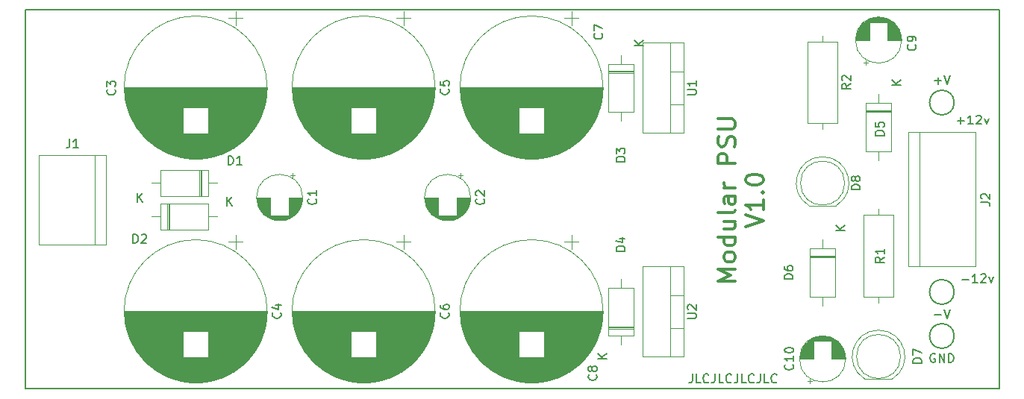
<source format=gto>
G04 #@! TF.GenerationSoftware,KiCad,Pcbnew,(6.0.0)*
G04 #@! TF.CreationDate,2022-07-07T12:02:20+01:00*
G04 #@! TF.ProjectId,PSU,5053552e-6b69-4636-9164-5f7063625858,rev?*
G04 #@! TF.SameCoordinates,Original*
G04 #@! TF.FileFunction,Legend,Top*
G04 #@! TF.FilePolarity,Positive*
%FSLAX46Y46*%
G04 Gerber Fmt 4.6, Leading zero omitted, Abs format (unit mm)*
G04 Created by KiCad (PCBNEW (6.0.0)) date 2022-07-07 12:02:20*
%MOMM*%
%LPD*%
G01*
G04 APERTURE LIST*
%ADD10C,0.150000*%
G04 #@! TA.AperFunction,Profile*
%ADD11C,0.150000*%
G04 #@! TD*
%ADD12C,0.300000*%
%ADD13C,0.120000*%
%ADD14R,3.000000X3.000000*%
%ADD15C,3.000000*%
%ADD16R,1.600000X1.600000*%
%ADD17C,1.600000*%
%ADD18R,2.400000X2.400000*%
%ADD19C,2.400000*%
%ADD20R,1.800000X1.800000*%
%ADD21C,1.800000*%
%ADD22R,2.000000X1.905000*%
%ADD23O,2.000000X1.905000*%
%ADD24O,1.600000X1.600000*%
%ADD25R,2.200000X2.200000*%
%ADD26O,2.200000X2.200000*%
%ADD27C,2.000000*%
G04 APERTURE END LIST*
D10*
X148785714Y-65571428D02*
X149547619Y-65571428D01*
X149166666Y-65952380D02*
X149166666Y-65190476D01*
X150547619Y-65952380D02*
X149976190Y-65952380D01*
X150261904Y-65952380D02*
X150261904Y-64952380D01*
X150166666Y-65095238D01*
X150071428Y-65190476D01*
X149976190Y-65238095D01*
X150928571Y-65047619D02*
X150976190Y-65000000D01*
X151071428Y-64952380D01*
X151309523Y-64952380D01*
X151404761Y-65000000D01*
X151452380Y-65047619D01*
X151500000Y-65142857D01*
X151500000Y-65238095D01*
X151452380Y-65380952D01*
X150880952Y-65952380D01*
X151500000Y-65952380D01*
X151833333Y-65285714D02*
X152071428Y-65952380D01*
X152309523Y-65285714D01*
X149285714Y-83571428D02*
X150047619Y-83571428D01*
X151047619Y-83952380D02*
X150476190Y-83952380D01*
X150761904Y-83952380D02*
X150761904Y-82952380D01*
X150666666Y-83095238D01*
X150571428Y-83190476D01*
X150476190Y-83238095D01*
X151428571Y-83047619D02*
X151476190Y-83000000D01*
X151571428Y-82952380D01*
X151809523Y-82952380D01*
X151904761Y-83000000D01*
X151952380Y-83047619D01*
X152000000Y-83142857D01*
X152000000Y-83238095D01*
X151952380Y-83380952D01*
X151380952Y-83952380D01*
X152000000Y-83952380D01*
X152333333Y-83285714D02*
X152571428Y-83952380D01*
X152809523Y-83285714D01*
D11*
X43000000Y-53000000D02*
X153490000Y-53000000D01*
X153490000Y-96000000D02*
X43000000Y-96000000D01*
X153490000Y-96000000D02*
X153490000Y-53000000D01*
X43000000Y-96000000D02*
X43000000Y-53000000D01*
D12*
X124754761Y-77592619D02*
X126754761Y-76925952D01*
X124754761Y-76259285D01*
X126754761Y-74545000D02*
X126754761Y-75687857D01*
X126754761Y-75116428D02*
X124754761Y-75116428D01*
X125040476Y-75306904D01*
X125230952Y-75497380D01*
X125326190Y-75687857D01*
X126564285Y-73687857D02*
X126659523Y-73592619D01*
X126754761Y-73687857D01*
X126659523Y-73783095D01*
X126564285Y-73687857D01*
X126754761Y-73687857D01*
X124754761Y-72354523D02*
X124754761Y-72164047D01*
X124850000Y-71973571D01*
X124945238Y-71878333D01*
X125135714Y-71783095D01*
X125516666Y-71687857D01*
X125992857Y-71687857D01*
X126373809Y-71783095D01*
X126564285Y-71878333D01*
X126659523Y-71973571D01*
X126754761Y-72164047D01*
X126754761Y-72354523D01*
X126659523Y-72545000D01*
X126564285Y-72640238D01*
X126373809Y-72735476D01*
X125992857Y-72830714D01*
X125516666Y-72830714D01*
X125135714Y-72735476D01*
X124945238Y-72640238D01*
X124850000Y-72545000D01*
X124754761Y-72354523D01*
D10*
X118690952Y-94317380D02*
X118690952Y-95031666D01*
X118643333Y-95174523D01*
X118548095Y-95269761D01*
X118405238Y-95317380D01*
X118310000Y-95317380D01*
X119643333Y-95317380D02*
X119167142Y-95317380D01*
X119167142Y-94317380D01*
X120548095Y-95222142D02*
X120500476Y-95269761D01*
X120357619Y-95317380D01*
X120262380Y-95317380D01*
X120119523Y-95269761D01*
X120024285Y-95174523D01*
X119976666Y-95079285D01*
X119929047Y-94888809D01*
X119929047Y-94745952D01*
X119976666Y-94555476D01*
X120024285Y-94460238D01*
X120119523Y-94365000D01*
X120262380Y-94317380D01*
X120357619Y-94317380D01*
X120500476Y-94365000D01*
X120548095Y-94412619D01*
X121262380Y-94317380D02*
X121262380Y-95031666D01*
X121214761Y-95174523D01*
X121119523Y-95269761D01*
X120976666Y-95317380D01*
X120881428Y-95317380D01*
X122214761Y-95317380D02*
X121738571Y-95317380D01*
X121738571Y-94317380D01*
X123119523Y-95222142D02*
X123071904Y-95269761D01*
X122929047Y-95317380D01*
X122833809Y-95317380D01*
X122690952Y-95269761D01*
X122595714Y-95174523D01*
X122548095Y-95079285D01*
X122500476Y-94888809D01*
X122500476Y-94745952D01*
X122548095Y-94555476D01*
X122595714Y-94460238D01*
X122690952Y-94365000D01*
X122833809Y-94317380D01*
X122929047Y-94317380D01*
X123071904Y-94365000D01*
X123119523Y-94412619D01*
X123833809Y-94317380D02*
X123833809Y-95031666D01*
X123786190Y-95174523D01*
X123690952Y-95269761D01*
X123548095Y-95317380D01*
X123452857Y-95317380D01*
X124786190Y-95317380D02*
X124310000Y-95317380D01*
X124310000Y-94317380D01*
X125690952Y-95222142D02*
X125643333Y-95269761D01*
X125500476Y-95317380D01*
X125405238Y-95317380D01*
X125262380Y-95269761D01*
X125167142Y-95174523D01*
X125119523Y-95079285D01*
X125071904Y-94888809D01*
X125071904Y-94745952D01*
X125119523Y-94555476D01*
X125167142Y-94460238D01*
X125262380Y-94365000D01*
X125405238Y-94317380D01*
X125500476Y-94317380D01*
X125643333Y-94365000D01*
X125690952Y-94412619D01*
X126405238Y-94317380D02*
X126405238Y-95031666D01*
X126357619Y-95174523D01*
X126262380Y-95269761D01*
X126119523Y-95317380D01*
X126024285Y-95317380D01*
X127357619Y-95317380D02*
X126881428Y-95317380D01*
X126881428Y-94317380D01*
X128262380Y-95222142D02*
X128214761Y-95269761D01*
X128071904Y-95317380D01*
X127976666Y-95317380D01*
X127833809Y-95269761D01*
X127738571Y-95174523D01*
X127690952Y-95079285D01*
X127643333Y-94888809D01*
X127643333Y-94745952D01*
X127690952Y-94555476D01*
X127738571Y-94460238D01*
X127833809Y-94365000D01*
X127976666Y-94317380D01*
X128071904Y-94317380D01*
X128214761Y-94365000D01*
X128262380Y-94412619D01*
D12*
X123579761Y-83735476D02*
X121579761Y-83735476D01*
X123008333Y-83068809D01*
X121579761Y-82402142D01*
X123579761Y-82402142D01*
X123579761Y-81164047D02*
X123484523Y-81354523D01*
X123389285Y-81449761D01*
X123198809Y-81544999D01*
X122627380Y-81544999D01*
X122436904Y-81449761D01*
X122341666Y-81354523D01*
X122246428Y-81164047D01*
X122246428Y-80878333D01*
X122341666Y-80687857D01*
X122436904Y-80592619D01*
X122627380Y-80497380D01*
X123198809Y-80497380D01*
X123389285Y-80592619D01*
X123484523Y-80687857D01*
X123579761Y-80878333D01*
X123579761Y-81164047D01*
X123579761Y-78783095D02*
X121579761Y-78783095D01*
X123484523Y-78783095D02*
X123579761Y-78973571D01*
X123579761Y-79354523D01*
X123484523Y-79544999D01*
X123389285Y-79640238D01*
X123198809Y-79735476D01*
X122627380Y-79735476D01*
X122436904Y-79640238D01*
X122341666Y-79544999D01*
X122246428Y-79354523D01*
X122246428Y-78973571D01*
X122341666Y-78783095D01*
X122246428Y-76973571D02*
X123579761Y-76973571D01*
X122246428Y-77830714D02*
X123294047Y-77830714D01*
X123484523Y-77735476D01*
X123579761Y-77544999D01*
X123579761Y-77259285D01*
X123484523Y-77068809D01*
X123389285Y-76973571D01*
X123579761Y-75735476D02*
X123484523Y-75925952D01*
X123294047Y-76021190D01*
X121579761Y-76021190D01*
X123579761Y-74116428D02*
X122532142Y-74116428D01*
X122341666Y-74211666D01*
X122246428Y-74402142D01*
X122246428Y-74783095D01*
X122341666Y-74973571D01*
X123484523Y-74116428D02*
X123579761Y-74306904D01*
X123579761Y-74783095D01*
X123484523Y-74973571D01*
X123294047Y-75068809D01*
X123103571Y-75068809D01*
X122913095Y-74973571D01*
X122817857Y-74783095D01*
X122817857Y-74306904D01*
X122722619Y-74116428D01*
X123579761Y-73164047D02*
X122246428Y-73164047D01*
X122627380Y-73164047D02*
X122436904Y-73068809D01*
X122341666Y-72973571D01*
X122246428Y-72783095D01*
X122246428Y-72592619D01*
X123579761Y-70402142D02*
X121579761Y-70402142D01*
X121579761Y-69640238D01*
X121675000Y-69449761D01*
X121770238Y-69354523D01*
X121960714Y-69259285D01*
X122246428Y-69259285D01*
X122436904Y-69354523D01*
X122532142Y-69449761D01*
X122627380Y-69640238D01*
X122627380Y-70402142D01*
X123484523Y-68497380D02*
X123579761Y-68211666D01*
X123579761Y-67735476D01*
X123484523Y-67544999D01*
X123389285Y-67449761D01*
X123198809Y-67354523D01*
X123008333Y-67354523D01*
X122817857Y-67449761D01*
X122722619Y-67544999D01*
X122627380Y-67735476D01*
X122532142Y-68116428D01*
X122436904Y-68306904D01*
X122341666Y-68402142D01*
X122151190Y-68497380D01*
X121960714Y-68497380D01*
X121770238Y-68402142D01*
X121675000Y-68306904D01*
X121579761Y-68116428D01*
X121579761Y-67640238D01*
X121675000Y-67354523D01*
X121579761Y-66497380D02*
X123198809Y-66497380D01*
X123389285Y-66402142D01*
X123484523Y-66306904D01*
X123579761Y-66116428D01*
X123579761Y-65735476D01*
X123484523Y-65545000D01*
X123389285Y-65449761D01*
X123198809Y-65354523D01*
X121579761Y-65354523D01*
D10*
X151452380Y-74833333D02*
X152166666Y-74833333D01*
X152309523Y-74880952D01*
X152404761Y-74976190D01*
X152452380Y-75119047D01*
X152452380Y-75214285D01*
X151547619Y-74404761D02*
X151500000Y-74357142D01*
X151452380Y-74261904D01*
X151452380Y-74023809D01*
X151500000Y-73928571D01*
X151547619Y-73880952D01*
X151642857Y-73833333D01*
X151738095Y-73833333D01*
X151880952Y-73880952D01*
X152452380Y-74452380D01*
X152452380Y-73833333D01*
X75982142Y-74441666D02*
X76029761Y-74489285D01*
X76077380Y-74632142D01*
X76077380Y-74727380D01*
X76029761Y-74870238D01*
X75934523Y-74965476D01*
X75839285Y-75013095D01*
X75648809Y-75060714D01*
X75505952Y-75060714D01*
X75315476Y-75013095D01*
X75220238Y-74965476D01*
X75125000Y-74870238D01*
X75077380Y-74727380D01*
X75077380Y-74632142D01*
X75125000Y-74489285D01*
X75172619Y-74441666D01*
X76077380Y-73489285D02*
X76077380Y-74060714D01*
X76077380Y-73775000D02*
X75077380Y-73775000D01*
X75220238Y-73870238D01*
X75315476Y-73965476D01*
X75363095Y-74060714D01*
X108427142Y-55661666D02*
X108474761Y-55709285D01*
X108522380Y-55852142D01*
X108522380Y-55947380D01*
X108474761Y-56090238D01*
X108379523Y-56185476D01*
X108284285Y-56233095D01*
X108093809Y-56280714D01*
X107950952Y-56280714D01*
X107760476Y-56233095D01*
X107665238Y-56185476D01*
X107570000Y-56090238D01*
X107522380Y-55947380D01*
X107522380Y-55852142D01*
X107570000Y-55709285D01*
X107617619Y-55661666D01*
X107522380Y-55328333D02*
X107522380Y-54661666D01*
X108522380Y-55090238D01*
X95032142Y-74441666D02*
X95079761Y-74489285D01*
X95127380Y-74632142D01*
X95127380Y-74727380D01*
X95079761Y-74870238D01*
X94984523Y-74965476D01*
X94889285Y-75013095D01*
X94698809Y-75060714D01*
X94555952Y-75060714D01*
X94365476Y-75013095D01*
X94270238Y-74965476D01*
X94175000Y-74870238D01*
X94127380Y-74727380D01*
X94127380Y-74632142D01*
X94175000Y-74489285D01*
X94222619Y-74441666D01*
X94222619Y-74060714D02*
X94175000Y-74013095D01*
X94127380Y-73917857D01*
X94127380Y-73679761D01*
X94175000Y-73584523D01*
X94222619Y-73536904D01*
X94317857Y-73489285D01*
X94413095Y-73489285D01*
X94555952Y-73536904D01*
X95127380Y-74108333D01*
X95127380Y-73489285D01*
X91007142Y-87351666D02*
X91054761Y-87399285D01*
X91102380Y-87542142D01*
X91102380Y-87637380D01*
X91054761Y-87780238D01*
X90959523Y-87875476D01*
X90864285Y-87923095D01*
X90673809Y-87970714D01*
X90530952Y-87970714D01*
X90340476Y-87923095D01*
X90245238Y-87875476D01*
X90150000Y-87780238D01*
X90102380Y-87637380D01*
X90102380Y-87542142D01*
X90150000Y-87399285D01*
X90197619Y-87351666D01*
X90102380Y-86494523D02*
X90102380Y-86685000D01*
X90150000Y-86780238D01*
X90197619Y-86827857D01*
X90340476Y-86923095D01*
X90530952Y-86970714D01*
X90911904Y-86970714D01*
X91007142Y-86923095D01*
X91054761Y-86875476D01*
X91102380Y-86780238D01*
X91102380Y-86589761D01*
X91054761Y-86494523D01*
X91007142Y-86446904D01*
X90911904Y-86399285D01*
X90673809Y-86399285D01*
X90578571Y-86446904D01*
X90530952Y-86494523D01*
X90483333Y-86589761D01*
X90483333Y-86780238D01*
X90530952Y-86875476D01*
X90578571Y-86923095D01*
X90673809Y-86970714D01*
X107792142Y-94396666D02*
X107839761Y-94444285D01*
X107887380Y-94587142D01*
X107887380Y-94682380D01*
X107839761Y-94825238D01*
X107744523Y-94920476D01*
X107649285Y-94968095D01*
X107458809Y-95015714D01*
X107315952Y-95015714D01*
X107125476Y-94968095D01*
X107030238Y-94920476D01*
X106935000Y-94825238D01*
X106887380Y-94682380D01*
X106887380Y-94587142D01*
X106935000Y-94444285D01*
X106982619Y-94396666D01*
X107315952Y-93825238D02*
X107268333Y-93920476D01*
X107220714Y-93968095D01*
X107125476Y-94015714D01*
X107077857Y-94015714D01*
X106982619Y-93968095D01*
X106935000Y-93920476D01*
X106887380Y-93825238D01*
X106887380Y-93634761D01*
X106935000Y-93539523D01*
X106982619Y-93491904D01*
X107077857Y-93444285D01*
X107125476Y-93444285D01*
X107220714Y-93491904D01*
X107268333Y-93539523D01*
X107315952Y-93634761D01*
X107315952Y-93825238D01*
X107363571Y-93920476D01*
X107411190Y-93968095D01*
X107506428Y-94015714D01*
X107696904Y-94015714D01*
X107792142Y-93968095D01*
X107839761Y-93920476D01*
X107887380Y-93825238D01*
X107887380Y-93634761D01*
X107839761Y-93539523D01*
X107792142Y-93491904D01*
X107696904Y-93444285D01*
X107506428Y-93444285D01*
X107411190Y-93491904D01*
X107363571Y-93539523D01*
X107315952Y-93634761D01*
X143987142Y-56931666D02*
X144034761Y-56979285D01*
X144082380Y-57122142D01*
X144082380Y-57217380D01*
X144034761Y-57360238D01*
X143939523Y-57455476D01*
X143844285Y-57503095D01*
X143653809Y-57550714D01*
X143510952Y-57550714D01*
X143320476Y-57503095D01*
X143225238Y-57455476D01*
X143130000Y-57360238D01*
X143082380Y-57217380D01*
X143082380Y-57122142D01*
X143130000Y-56979285D01*
X143177619Y-56931666D01*
X144082380Y-56455476D02*
X144082380Y-56265000D01*
X144034761Y-56169761D01*
X143987142Y-56122142D01*
X143844285Y-56026904D01*
X143653809Y-55979285D01*
X143272857Y-55979285D01*
X143177619Y-56026904D01*
X143130000Y-56074523D01*
X143082380Y-56169761D01*
X143082380Y-56360238D01*
X143130000Y-56455476D01*
X143177619Y-56503095D01*
X143272857Y-56550714D01*
X143510952Y-56550714D01*
X143606190Y-56503095D01*
X143653809Y-56455476D01*
X143701428Y-56360238D01*
X143701428Y-56169761D01*
X143653809Y-56074523D01*
X143606190Y-56026904D01*
X143510952Y-55979285D01*
X130077142Y-93237857D02*
X130124761Y-93285476D01*
X130172380Y-93428333D01*
X130172380Y-93523571D01*
X130124761Y-93666428D01*
X130029523Y-93761666D01*
X129934285Y-93809285D01*
X129743809Y-93856904D01*
X129600952Y-93856904D01*
X129410476Y-93809285D01*
X129315238Y-93761666D01*
X129220000Y-93666428D01*
X129172380Y-93523571D01*
X129172380Y-93428333D01*
X129220000Y-93285476D01*
X129267619Y-93237857D01*
X130172380Y-92285476D02*
X130172380Y-92856904D01*
X130172380Y-92571190D02*
X129172380Y-92571190D01*
X129315238Y-92666428D01*
X129410476Y-92761666D01*
X129458095Y-92856904D01*
X129172380Y-91666428D02*
X129172380Y-91571190D01*
X129220000Y-91475952D01*
X129267619Y-91428333D01*
X129362857Y-91380714D01*
X129553333Y-91333095D01*
X129791428Y-91333095D01*
X129981904Y-91380714D01*
X130077142Y-91428333D01*
X130124761Y-91475952D01*
X130172380Y-91571190D01*
X130172380Y-91666428D01*
X130124761Y-91761666D01*
X130077142Y-91809285D01*
X129981904Y-91856904D01*
X129791428Y-91904523D01*
X129553333Y-91904523D01*
X129362857Y-91856904D01*
X129267619Y-91809285D01*
X129220000Y-91761666D01*
X129172380Y-91666428D01*
X144717380Y-93063095D02*
X143717380Y-93063095D01*
X143717380Y-92825000D01*
X143765000Y-92682142D01*
X143860238Y-92586904D01*
X143955476Y-92539285D01*
X144145952Y-92491666D01*
X144288809Y-92491666D01*
X144479285Y-92539285D01*
X144574523Y-92586904D01*
X144669761Y-92682142D01*
X144717380Y-92825000D01*
X144717380Y-93063095D01*
X143717380Y-92158333D02*
X143717380Y-91491666D01*
X144717380Y-91920238D01*
X137732380Y-73378095D02*
X136732380Y-73378095D01*
X136732380Y-73140000D01*
X136780000Y-72997142D01*
X136875238Y-72901904D01*
X136970476Y-72854285D01*
X137160952Y-72806666D01*
X137303809Y-72806666D01*
X137494285Y-72854285D01*
X137589523Y-72901904D01*
X137684761Y-72997142D01*
X137732380Y-73140000D01*
X137732380Y-73378095D01*
X137160952Y-72235238D02*
X137113333Y-72330476D01*
X137065714Y-72378095D01*
X136970476Y-72425714D01*
X136922857Y-72425714D01*
X136827619Y-72378095D01*
X136780000Y-72330476D01*
X136732380Y-72235238D01*
X136732380Y-72044761D01*
X136780000Y-71949523D01*
X136827619Y-71901904D01*
X136922857Y-71854285D01*
X136970476Y-71854285D01*
X137065714Y-71901904D01*
X137113333Y-71949523D01*
X137160952Y-72044761D01*
X137160952Y-72235238D01*
X137208571Y-72330476D01*
X137256190Y-72378095D01*
X137351428Y-72425714D01*
X137541904Y-72425714D01*
X137637142Y-72378095D01*
X137684761Y-72330476D01*
X137732380Y-72235238D01*
X137732380Y-72044761D01*
X137684761Y-71949523D01*
X137637142Y-71901904D01*
X137541904Y-71854285D01*
X137351428Y-71854285D01*
X137256190Y-71901904D01*
X137208571Y-71949523D01*
X137160952Y-72044761D01*
X118142380Y-88006904D02*
X118951904Y-88006904D01*
X119047142Y-87959285D01*
X119094761Y-87911666D01*
X119142380Y-87816428D01*
X119142380Y-87625952D01*
X119094761Y-87530714D01*
X119047142Y-87483095D01*
X118951904Y-87435476D01*
X118142380Y-87435476D01*
X118237619Y-87006904D02*
X118190000Y-86959285D01*
X118142380Y-86864047D01*
X118142380Y-86625952D01*
X118190000Y-86530714D01*
X118237619Y-86483095D01*
X118332857Y-86435476D01*
X118428095Y-86435476D01*
X118570952Y-86483095D01*
X119142380Y-87054523D01*
X119142380Y-86435476D01*
X91007142Y-61951666D02*
X91054761Y-61999285D01*
X91102380Y-62142142D01*
X91102380Y-62237380D01*
X91054761Y-62380238D01*
X90959523Y-62475476D01*
X90864285Y-62523095D01*
X90673809Y-62570714D01*
X90530952Y-62570714D01*
X90340476Y-62523095D01*
X90245238Y-62475476D01*
X90150000Y-62380238D01*
X90102380Y-62237380D01*
X90102380Y-62142142D01*
X90150000Y-61999285D01*
X90197619Y-61951666D01*
X90102380Y-61046904D02*
X90102380Y-61523095D01*
X90578571Y-61570714D01*
X90530952Y-61523095D01*
X90483333Y-61427857D01*
X90483333Y-61189761D01*
X90530952Y-61094523D01*
X90578571Y-61046904D01*
X90673809Y-60999285D01*
X90911904Y-60999285D01*
X91007142Y-61046904D01*
X91054761Y-61094523D01*
X91102380Y-61189761D01*
X91102380Y-61427857D01*
X91054761Y-61523095D01*
X91007142Y-61570714D01*
X53182142Y-62011666D02*
X53229761Y-62059285D01*
X53277380Y-62202142D01*
X53277380Y-62297380D01*
X53229761Y-62440238D01*
X53134523Y-62535476D01*
X53039285Y-62583095D01*
X52848809Y-62630714D01*
X52705952Y-62630714D01*
X52515476Y-62583095D01*
X52420238Y-62535476D01*
X52325000Y-62440238D01*
X52277380Y-62297380D01*
X52277380Y-62202142D01*
X52325000Y-62059285D01*
X52372619Y-62011666D01*
X52277380Y-61678333D02*
X52277380Y-61059285D01*
X52658333Y-61392619D01*
X52658333Y-61249761D01*
X52705952Y-61154523D01*
X52753571Y-61106904D01*
X52848809Y-61059285D01*
X53086904Y-61059285D01*
X53182142Y-61106904D01*
X53229761Y-61154523D01*
X53277380Y-61249761D01*
X53277380Y-61535476D01*
X53229761Y-61630714D01*
X53182142Y-61678333D01*
X71957142Y-87351666D02*
X72004761Y-87399285D01*
X72052380Y-87542142D01*
X72052380Y-87637380D01*
X72004761Y-87780238D01*
X71909523Y-87875476D01*
X71814285Y-87923095D01*
X71623809Y-87970714D01*
X71480952Y-87970714D01*
X71290476Y-87923095D01*
X71195238Y-87875476D01*
X71100000Y-87780238D01*
X71052380Y-87637380D01*
X71052380Y-87542142D01*
X71100000Y-87399285D01*
X71147619Y-87351666D01*
X71385714Y-86494523D02*
X72052380Y-86494523D01*
X71004761Y-86732619D02*
X71719047Y-86970714D01*
X71719047Y-86351666D01*
X136642380Y-61376666D02*
X136166190Y-61710000D01*
X136642380Y-61948095D02*
X135642380Y-61948095D01*
X135642380Y-61567142D01*
X135690000Y-61471904D01*
X135737619Y-61424285D01*
X135832857Y-61376666D01*
X135975714Y-61376666D01*
X136070952Y-61424285D01*
X136118571Y-61471904D01*
X136166190Y-61567142D01*
X136166190Y-61948095D01*
X135737619Y-60995714D02*
X135690000Y-60948095D01*
X135642380Y-60852857D01*
X135642380Y-60614761D01*
X135690000Y-60519523D01*
X135737619Y-60471904D01*
X135832857Y-60424285D01*
X135928095Y-60424285D01*
X136070952Y-60471904D01*
X136642380Y-61043333D01*
X136642380Y-60424285D01*
X140452380Y-81061666D02*
X139976190Y-81395000D01*
X140452380Y-81633095D02*
X139452380Y-81633095D01*
X139452380Y-81252142D01*
X139500000Y-81156904D01*
X139547619Y-81109285D01*
X139642857Y-81061666D01*
X139785714Y-81061666D01*
X139880952Y-81109285D01*
X139928571Y-81156904D01*
X139976190Y-81252142D01*
X139976190Y-81633095D01*
X140452380Y-80109285D02*
X140452380Y-80680714D01*
X140452380Y-80395000D02*
X139452380Y-80395000D01*
X139595238Y-80490238D01*
X139690476Y-80585476D01*
X139738095Y-80680714D01*
X55261904Y-79442380D02*
X55261904Y-78442380D01*
X55500000Y-78442380D01*
X55642857Y-78490000D01*
X55738095Y-78585238D01*
X55785714Y-78680476D01*
X55833333Y-78870952D01*
X55833333Y-79013809D01*
X55785714Y-79204285D01*
X55738095Y-79299523D01*
X55642857Y-79394761D01*
X55500000Y-79442380D01*
X55261904Y-79442380D01*
X56214285Y-78537619D02*
X56261904Y-78490000D01*
X56357142Y-78442380D01*
X56595238Y-78442380D01*
X56690476Y-78490000D01*
X56738095Y-78537619D01*
X56785714Y-78632857D01*
X56785714Y-78728095D01*
X56738095Y-78870952D01*
X56166666Y-79442380D01*
X56785714Y-79442380D01*
X55738095Y-74802380D02*
X55738095Y-73802380D01*
X56309523Y-74802380D02*
X55880952Y-74230952D01*
X56309523Y-73802380D02*
X55738095Y-74373809D01*
X66056904Y-70552380D02*
X66056904Y-69552380D01*
X66295000Y-69552380D01*
X66437857Y-69600000D01*
X66533095Y-69695238D01*
X66580714Y-69790476D01*
X66628333Y-69980952D01*
X66628333Y-70123809D01*
X66580714Y-70314285D01*
X66533095Y-70409523D01*
X66437857Y-70504761D01*
X66295000Y-70552380D01*
X66056904Y-70552380D01*
X67580714Y-70552380D02*
X67009285Y-70552380D01*
X67295000Y-70552380D02*
X67295000Y-69552380D01*
X67199761Y-69695238D01*
X67104523Y-69790476D01*
X67009285Y-69838095D01*
X65898095Y-75192380D02*
X65898095Y-74192380D01*
X66469523Y-75192380D02*
X66040952Y-74620952D01*
X66469523Y-74192380D02*
X65898095Y-74763809D01*
X111062380Y-70203095D02*
X110062380Y-70203095D01*
X110062380Y-69965000D01*
X110110000Y-69822142D01*
X110205238Y-69726904D01*
X110300476Y-69679285D01*
X110490952Y-69631666D01*
X110633809Y-69631666D01*
X110824285Y-69679285D01*
X110919523Y-69726904D01*
X111014761Y-69822142D01*
X111062380Y-69965000D01*
X111062380Y-70203095D01*
X110062380Y-69298333D02*
X110062380Y-68679285D01*
X110443333Y-69012619D01*
X110443333Y-68869761D01*
X110490952Y-68774523D01*
X110538571Y-68726904D01*
X110633809Y-68679285D01*
X110871904Y-68679285D01*
X110967142Y-68726904D01*
X111014761Y-68774523D01*
X111062380Y-68869761D01*
X111062380Y-69155476D01*
X111014761Y-69250714D01*
X110967142Y-69298333D01*
X113162380Y-57026904D02*
X112162380Y-57026904D01*
X113162380Y-56455476D02*
X112590952Y-56884047D01*
X112162380Y-56455476D02*
X112733809Y-57026904D01*
X111062380Y-80363095D02*
X110062380Y-80363095D01*
X110062380Y-80125000D01*
X110110000Y-79982142D01*
X110205238Y-79886904D01*
X110300476Y-79839285D01*
X110490952Y-79791666D01*
X110633809Y-79791666D01*
X110824285Y-79839285D01*
X110919523Y-79886904D01*
X111014761Y-79982142D01*
X111062380Y-80125000D01*
X111062380Y-80363095D01*
X110395714Y-78934523D02*
X111062380Y-78934523D01*
X110014761Y-79172619D02*
X110729047Y-79410714D01*
X110729047Y-78791666D01*
X108962380Y-92586904D02*
X107962380Y-92586904D01*
X108962380Y-92015476D02*
X108390952Y-92444047D01*
X107962380Y-92015476D02*
X108533809Y-92586904D01*
X130112380Y-83538095D02*
X129112380Y-83538095D01*
X129112380Y-83300000D01*
X129160000Y-83157142D01*
X129255238Y-83061904D01*
X129350476Y-83014285D01*
X129540952Y-82966666D01*
X129683809Y-82966666D01*
X129874285Y-83014285D01*
X129969523Y-83061904D01*
X130064761Y-83157142D01*
X130112380Y-83300000D01*
X130112380Y-83538095D01*
X129112380Y-82109523D02*
X129112380Y-82300000D01*
X129160000Y-82395238D01*
X129207619Y-82442857D01*
X129350476Y-82538095D01*
X129540952Y-82585714D01*
X129921904Y-82585714D01*
X130017142Y-82538095D01*
X130064761Y-82490476D01*
X130112380Y-82395238D01*
X130112380Y-82204761D01*
X130064761Y-82109523D01*
X130017142Y-82061904D01*
X129921904Y-82014285D01*
X129683809Y-82014285D01*
X129588571Y-82061904D01*
X129540952Y-82109523D01*
X129493333Y-82204761D01*
X129493333Y-82395238D01*
X129540952Y-82490476D01*
X129588571Y-82538095D01*
X129683809Y-82585714D01*
X136022380Y-77981904D02*
X135022380Y-77981904D01*
X136022380Y-77410476D02*
X135450952Y-77839047D01*
X135022380Y-77410476D02*
X135593809Y-77981904D01*
X140452380Y-67238095D02*
X139452380Y-67238095D01*
X139452380Y-67000000D01*
X139500000Y-66857142D01*
X139595238Y-66761904D01*
X139690476Y-66714285D01*
X139880952Y-66666666D01*
X140023809Y-66666666D01*
X140214285Y-66714285D01*
X140309523Y-66761904D01*
X140404761Y-66857142D01*
X140452380Y-67000000D01*
X140452380Y-67238095D01*
X139452380Y-65761904D02*
X139452380Y-66238095D01*
X139928571Y-66285714D01*
X139880952Y-66238095D01*
X139833333Y-66142857D01*
X139833333Y-65904761D01*
X139880952Y-65809523D01*
X139928571Y-65761904D01*
X140023809Y-65714285D01*
X140261904Y-65714285D01*
X140357142Y-65761904D01*
X140404761Y-65809523D01*
X140452380Y-65904761D01*
X140452380Y-66142857D01*
X140404761Y-66238095D01*
X140357142Y-66285714D01*
X142372380Y-61471904D02*
X141372380Y-61471904D01*
X142372380Y-60900476D02*
X141800952Y-61329047D01*
X141372380Y-60900476D02*
X141943809Y-61471904D01*
X118142380Y-62606904D02*
X118951904Y-62606904D01*
X119047142Y-62559285D01*
X119094761Y-62511666D01*
X119142380Y-62416428D01*
X119142380Y-62225952D01*
X119094761Y-62130714D01*
X119047142Y-62083095D01*
X118951904Y-62035476D01*
X118142380Y-62035476D01*
X119142380Y-61035476D02*
X119142380Y-61606904D01*
X119142380Y-61321190D02*
X118142380Y-61321190D01*
X118285238Y-61416428D01*
X118380476Y-61511666D01*
X118428095Y-61606904D01*
X146190476Y-61031428D02*
X146952380Y-61031428D01*
X146571428Y-61412380D02*
X146571428Y-60650476D01*
X147285714Y-60412380D02*
X147619047Y-61412380D01*
X147952380Y-60412380D01*
X146238095Y-92040000D02*
X146142857Y-91992380D01*
X146000000Y-91992380D01*
X145857142Y-92040000D01*
X145761904Y-92135238D01*
X145714285Y-92230476D01*
X145666666Y-92420952D01*
X145666666Y-92563809D01*
X145714285Y-92754285D01*
X145761904Y-92849523D01*
X145857142Y-92944761D01*
X146000000Y-92992380D01*
X146095238Y-92992380D01*
X146238095Y-92944761D01*
X146285714Y-92897142D01*
X146285714Y-92563809D01*
X146095238Y-92563809D01*
X146714285Y-92992380D02*
X146714285Y-91992380D01*
X147285714Y-92992380D01*
X147285714Y-91992380D01*
X147761904Y-92992380D02*
X147761904Y-91992380D01*
X148000000Y-91992380D01*
X148142857Y-92040000D01*
X148238095Y-92135238D01*
X148285714Y-92230476D01*
X148333333Y-92420952D01*
X148333333Y-92563809D01*
X148285714Y-92754285D01*
X148238095Y-92849523D01*
X148142857Y-92944761D01*
X148000000Y-92992380D01*
X147761904Y-92992380D01*
X146190476Y-87611428D02*
X146952380Y-87611428D01*
X147285714Y-86992380D02*
X147619047Y-87992380D01*
X147952380Y-86992380D01*
X48046666Y-67647380D02*
X48046666Y-68361666D01*
X47999047Y-68504523D01*
X47903809Y-68599761D01*
X47760952Y-68647380D01*
X47665714Y-68647380D01*
X49046666Y-68647380D02*
X48475238Y-68647380D01*
X48760952Y-68647380D02*
X48760952Y-67647380D01*
X48665714Y-67790238D01*
X48570476Y-67885476D01*
X48475238Y-67933095D01*
D13*
X143190000Y-66880000D02*
X150810000Y-66880000D01*
X143190000Y-82120000D02*
X150810000Y-82120000D01*
X144460000Y-66880000D02*
X144460000Y-82120000D01*
X150810000Y-66880000D02*
X150810000Y-82120000D01*
X143190000Y-66880000D02*
X143190000Y-82120000D01*
X74418000Y-74715000D02*
X72915000Y-74715000D01*
X72790000Y-76716000D02*
X70960000Y-76716000D01*
X70835000Y-74275000D02*
X69295000Y-74275000D01*
X74386000Y-74875000D02*
X72915000Y-74875000D01*
X73053000Y-76596000D02*
X70697000Y-76596000D01*
X70835000Y-74755000D02*
X69339000Y-74755000D01*
X70835000Y-74315000D02*
X69295000Y-74315000D01*
X70835000Y-76276000D02*
X70222000Y-76276000D01*
X73194000Y-76516000D02*
X70556000Y-76516000D01*
X70835000Y-75516000D02*
X69607000Y-75516000D01*
X74448000Y-74475000D02*
X72915000Y-74475000D01*
X70835000Y-76156000D02*
X70090000Y-76156000D01*
X70835000Y-74395000D02*
X69297000Y-74395000D01*
X70835000Y-75036000D02*
X69407000Y-75036000D01*
X74395000Y-74835000D02*
X72915000Y-74835000D01*
X73480000Y-76316000D02*
X70270000Y-76316000D01*
X73258000Y-76476000D02*
X70492000Y-76476000D01*
X74366000Y-74955000D02*
X72915000Y-74955000D01*
X74455000Y-74275000D02*
X72915000Y-74275000D01*
X73940000Y-75836000D02*
X72915000Y-75836000D01*
X70835000Y-75156000D02*
X69447000Y-75156000D01*
X74451000Y-74435000D02*
X72915000Y-74435000D01*
X72552000Y-76796000D02*
X71198000Y-76796000D01*
X73879000Y-75916000D02*
X72915000Y-75916000D01*
X73910000Y-75876000D02*
X72915000Y-75876000D01*
X70835000Y-74996000D02*
X69395000Y-74996000D01*
X73970000Y-75796000D02*
X72915000Y-75796000D01*
X72973000Y-76636000D02*
X70777000Y-76636000D01*
X70835000Y-74955000D02*
X69384000Y-74955000D01*
X70835000Y-75356000D02*
X69527000Y-75356000D01*
X74024000Y-75716000D02*
X72915000Y-75716000D01*
X74317000Y-75116000D02*
X72915000Y-75116000D01*
X70835000Y-75596000D02*
X69651000Y-75596000D01*
X73618000Y-76196000D02*
X72915000Y-76196000D01*
X74444000Y-74515000D02*
X72915000Y-74515000D01*
X72159000Y-76876000D02*
X71591000Y-76876000D01*
X70835000Y-74635000D02*
X69319000Y-74635000D01*
X74050000Y-75676000D02*
X72915000Y-75676000D01*
X70835000Y-75916000D02*
X69871000Y-75916000D01*
X70835000Y-75956000D02*
X69904000Y-75956000D01*
X74122000Y-75556000D02*
X72915000Y-75556000D01*
X74454000Y-74355000D02*
X72915000Y-74355000D01*
X70835000Y-74595000D02*
X69314000Y-74595000D01*
X74223000Y-75356000D02*
X72915000Y-75356000D01*
X73739000Y-76076000D02*
X72915000Y-76076000D01*
X70835000Y-75276000D02*
X69493000Y-75276000D01*
X73997000Y-75756000D02*
X72915000Y-75756000D01*
X74355000Y-74996000D02*
X72915000Y-74996000D01*
X70835000Y-74675000D02*
X69325000Y-74675000D01*
X73701000Y-76116000D02*
X72915000Y-76116000D01*
X74185000Y-75436000D02*
X72915000Y-75436000D01*
X70835000Y-76076000D02*
X70011000Y-76076000D01*
X70835000Y-75196000D02*
X69461000Y-75196000D01*
X73528000Y-76276000D02*
X72915000Y-76276000D01*
X73660000Y-76156000D02*
X72915000Y-76156000D01*
X74143000Y-75516000D02*
X72915000Y-75516000D01*
X70835000Y-75476000D02*
X69585000Y-75476000D01*
X70835000Y-75756000D02*
X69753000Y-75756000D01*
X74075000Y-75636000D02*
X72915000Y-75636000D01*
X74289000Y-75196000D02*
X72915000Y-75196000D01*
X70835000Y-76236000D02*
X70176000Y-76236000D01*
X70835000Y-74795000D02*
X69347000Y-74795000D01*
X70835000Y-74875000D02*
X69364000Y-74875000D01*
X70835000Y-74435000D02*
X69299000Y-74435000D01*
X70835000Y-75876000D02*
X69840000Y-75876000D01*
X70835000Y-74475000D02*
X69302000Y-74475000D01*
X73318000Y-76436000D02*
X70432000Y-76436000D01*
X72393000Y-76836000D02*
X71357000Y-76836000D01*
X74303000Y-75156000D02*
X72915000Y-75156000D01*
X74273000Y-75236000D02*
X72915000Y-75236000D01*
X73600000Y-71720225D02*
X73100000Y-71720225D01*
X70835000Y-74555000D02*
X69310000Y-74555000D01*
X70835000Y-75116000D02*
X69433000Y-75116000D01*
X74436000Y-74595000D02*
X72915000Y-74595000D01*
X74343000Y-75036000D02*
X72915000Y-75036000D01*
X72680000Y-76756000D02*
X71070000Y-76756000D01*
X73812000Y-75996000D02*
X72915000Y-75996000D01*
X70835000Y-75996000D02*
X69938000Y-75996000D01*
X74330000Y-75076000D02*
X72915000Y-75076000D01*
X70835000Y-75076000D02*
X69420000Y-75076000D01*
X74425000Y-74675000D02*
X72915000Y-74675000D01*
X73350000Y-71470225D02*
X73350000Y-71970225D01*
X73846000Y-75956000D02*
X72915000Y-75956000D01*
X70835000Y-75316000D02*
X69510000Y-75316000D01*
X70835000Y-76116000D02*
X70049000Y-76116000D01*
X74403000Y-74795000D02*
X72915000Y-74795000D01*
X74376000Y-74915000D02*
X72915000Y-74915000D01*
X74453000Y-74395000D02*
X72915000Y-74395000D01*
X74204000Y-75396000D02*
X72915000Y-75396000D01*
X74099000Y-75596000D02*
X72915000Y-75596000D01*
X73776000Y-76036000D02*
X72915000Y-76036000D01*
X70835000Y-75236000D02*
X69477000Y-75236000D01*
X73375000Y-76396000D02*
X70375000Y-76396000D01*
X74431000Y-74635000D02*
X72915000Y-74635000D01*
X70835000Y-75796000D02*
X69780000Y-75796000D01*
X73429000Y-76356000D02*
X70321000Y-76356000D01*
X74440000Y-74555000D02*
X72915000Y-74555000D01*
X70835000Y-74715000D02*
X69332000Y-74715000D01*
X74411000Y-74755000D02*
X72915000Y-74755000D01*
X72886000Y-76676000D02*
X70864000Y-76676000D01*
X70835000Y-75836000D02*
X69810000Y-75836000D01*
X74240000Y-75316000D02*
X72915000Y-75316000D01*
X70835000Y-74835000D02*
X69355000Y-74835000D01*
X74455000Y-74315000D02*
X72915000Y-74315000D01*
X74165000Y-75476000D02*
X72915000Y-75476000D01*
X70835000Y-75636000D02*
X69675000Y-75636000D01*
X70835000Y-75436000D02*
X69565000Y-75436000D01*
X70835000Y-74515000D02*
X69306000Y-74515000D01*
X74257000Y-75276000D02*
X72915000Y-75276000D01*
X70835000Y-75716000D02*
X69726000Y-75716000D01*
X70835000Y-75676000D02*
X69700000Y-75676000D01*
X70835000Y-76036000D02*
X69974000Y-76036000D01*
X70835000Y-75396000D02*
X69546000Y-75396000D01*
X70835000Y-74915000D02*
X69374000Y-74915000D01*
X70835000Y-75556000D02*
X69628000Y-75556000D01*
X70835000Y-76196000D02*
X70132000Y-76196000D01*
X70835000Y-74355000D02*
X69296000Y-74355000D01*
X73574000Y-76236000D02*
X72915000Y-76236000D01*
X73126000Y-76556000D02*
X70624000Y-76556000D01*
X74495000Y-74275000D02*
G75*
G03*
X74495000Y-74275000I-2620000J0D01*
G01*
X99010000Y-65466000D02*
X93251000Y-65466000D01*
X99010000Y-65986000D02*
X93540000Y-65986000D01*
X108530000Y-61905000D02*
X92370000Y-61905000D01*
X104007000Y-69066000D02*
X96893000Y-69066000D01*
X108499000Y-62506000D02*
X92401000Y-62506000D01*
X105196000Y-68346000D02*
X95704000Y-68346000D01*
X104593000Y-68746000D02*
X96307000Y-68746000D01*
X108453000Y-62906000D02*
X92447000Y-62906000D01*
X108337000Y-63546000D02*
X92563000Y-63546000D01*
X107544000Y-65666000D02*
X101890000Y-65666000D01*
X108061000Y-64506000D02*
X101890000Y-64506000D01*
X108519000Y-62225000D02*
X92381000Y-62225000D01*
X106870000Y-66706000D02*
X101890000Y-66706000D01*
X107360000Y-65986000D02*
X101890000Y-65986000D01*
X108530000Y-61825000D02*
X92370000Y-61825000D01*
X107074000Y-66426000D02*
X101890000Y-66426000D01*
X108402000Y-63226000D02*
X92498000Y-63226000D01*
X106989000Y-66546000D02*
X101890000Y-66546000D01*
X108435000Y-63026000D02*
X92465000Y-63026000D01*
X107311000Y-66066000D02*
X101890000Y-66066000D01*
X107766000Y-65226000D02*
X101890000Y-65226000D01*
X99010000Y-65266000D02*
X93153000Y-65266000D01*
X107046000Y-66466000D02*
X101890000Y-66466000D01*
X99010000Y-66426000D02*
X93826000Y-66426000D01*
X108530000Y-61865000D02*
X92370000Y-61865000D01*
X103840000Y-69146000D02*
X97060000Y-69146000D01*
X102370000Y-69666000D02*
X98530000Y-69666000D01*
X99010000Y-66106000D02*
X93614000Y-66106000D01*
X108290000Y-63746000D02*
X92610000Y-63746000D01*
X108526000Y-62065000D02*
X92374000Y-62065000D01*
X99010000Y-65026000D02*
X93044000Y-65026000D01*
X106545000Y-67106000D02*
X94355000Y-67106000D01*
X104526000Y-68786000D02*
X96374000Y-68786000D01*
X108514000Y-62305000D02*
X92386000Y-62305000D01*
X107156000Y-66306000D02*
X101890000Y-66306000D01*
X99010000Y-64266000D02*
X92757000Y-64266000D01*
X99010000Y-64786000D02*
X92944000Y-64786000D01*
X99010000Y-64986000D02*
X93027000Y-64986000D01*
X99010000Y-64466000D02*
X92825000Y-64466000D01*
X104314000Y-68906000D02*
X96586000Y-68906000D01*
X99010000Y-66586000D02*
X93940000Y-66586000D01*
X105925000Y-67746000D02*
X94975000Y-67746000D01*
X106290000Y-67386000D02*
X94610000Y-67386000D01*
X106052000Y-67626000D02*
X94848000Y-67626000D01*
X105084000Y-68426000D02*
X95816000Y-68426000D01*
X108409000Y-63186000D02*
X92491000Y-63186000D01*
X105606000Y-68026000D02*
X95294000Y-68026000D01*
X108355000Y-63466000D02*
X92545000Y-63466000D01*
X107972000Y-64746000D02*
X101890000Y-64746000D01*
X106475000Y-67186000D02*
X94425000Y-67186000D01*
X99010000Y-66266000D02*
X93717000Y-66266000D01*
X99010000Y-66186000D02*
X93665000Y-66186000D01*
X107873000Y-64986000D02*
X101890000Y-64986000D01*
X108249000Y-63906000D02*
X92651000Y-63906000D01*
X106613000Y-67026000D02*
X94287000Y-67026000D01*
X108215000Y-64026000D02*
X92685000Y-64026000D01*
X99010000Y-64626000D02*
X92882000Y-64626000D01*
X108502000Y-62465000D02*
X92398000Y-62465000D01*
X99010000Y-64506000D02*
X92839000Y-64506000D01*
X108075000Y-64466000D02*
X101890000Y-64466000D01*
X106252000Y-67426000D02*
X94648000Y-67426000D01*
X99010000Y-66706000D02*
X94030000Y-66706000D01*
X107209000Y-66226000D02*
X101890000Y-66226000D01*
X99010000Y-66466000D02*
X93854000Y-66466000D01*
X99010000Y-64866000D02*
X92976000Y-64866000D01*
X99010000Y-66386000D02*
X93798000Y-66386000D01*
X108441000Y-62986000D02*
X92459000Y-62986000D01*
X107924000Y-64866000D02*
X101890000Y-64866000D01*
X99010000Y-64106000D02*
X92708000Y-64106000D01*
X108511000Y-62345000D02*
X92389000Y-62345000D01*
X108180000Y-64146000D02*
X101890000Y-64146000D01*
X108143000Y-64266000D02*
X101890000Y-64266000D01*
X104240000Y-68946000D02*
X96660000Y-68946000D01*
X99010000Y-65546000D02*
X93293000Y-65546000D01*
X108387000Y-63306000D02*
X92513000Y-63306000D01*
X106093000Y-67586000D02*
X94807000Y-67586000D01*
X105838000Y-67826000D02*
X95062000Y-67826000D01*
X108474000Y-62746000D02*
X92426000Y-62746000D01*
X105882000Y-67786000D02*
X95018000Y-67786000D01*
X105701000Y-67946000D02*
X95199000Y-67946000D01*
X106134000Y-67546000D02*
X94766000Y-67546000D01*
X103374000Y-69346000D02*
X97526000Y-69346000D01*
X103663000Y-69226000D02*
X97237000Y-69226000D01*
X99010000Y-65826000D02*
X93446000Y-65826000D01*
X101548000Y-69826000D02*
X99352000Y-69826000D01*
X105356000Y-68226000D02*
X95544000Y-68226000D01*
X106510000Y-67146000D02*
X94390000Y-67146000D01*
X106213000Y-67466000D02*
X94687000Y-67466000D01*
X99010000Y-65226000D02*
X93134000Y-65226000D01*
X107747000Y-65266000D02*
X101890000Y-65266000D01*
X99010000Y-66906000D02*
X94187000Y-66906000D01*
X105805000Y-53895509D02*
X104205000Y-53895509D01*
X99010000Y-66786000D02*
X94092000Y-66786000D01*
X99010000Y-64386000D02*
X92797000Y-64386000D01*
X99010000Y-64906000D02*
X92993000Y-64906000D01*
X108422000Y-63106000D02*
X92478000Y-63106000D01*
X107907000Y-64906000D02*
X101890000Y-64906000D01*
X108531000Y-61785000D02*
X92369000Y-61785000D01*
X107803000Y-65146000D02*
X101890000Y-65146000D01*
X107821000Y-65106000D02*
X101890000Y-65106000D01*
X99010000Y-66226000D02*
X93691000Y-66226000D01*
X106930000Y-66626000D02*
X101890000Y-66626000D01*
X102202000Y-69706000D02*
X98698000Y-69706000D01*
X99010000Y-65426000D02*
X93231000Y-65426000D01*
X99010000Y-65946000D02*
X93516000Y-65946000D01*
X99010000Y-65146000D02*
X93097000Y-65146000D01*
X99010000Y-64186000D02*
X92732000Y-64186000D01*
X104969000Y-68506000D02*
X95931000Y-68506000D01*
X102801000Y-69546000D02*
X98099000Y-69546000D01*
X106960000Y-66586000D02*
X101890000Y-66586000D01*
X108018000Y-64626000D02*
X101890000Y-64626000D01*
X99010000Y-64666000D02*
X92897000Y-64666000D01*
X99010000Y-65706000D02*
X93378000Y-65706000D01*
X99010000Y-66826000D02*
X94123000Y-66826000D01*
X107856000Y-65026000D02*
X101890000Y-65026000D01*
X108192000Y-64106000D02*
X101890000Y-64106000D01*
X105304000Y-68266000D02*
X95596000Y-68266000D01*
X108260000Y-63866000D02*
X92640000Y-63866000D01*
X99010000Y-66026000D02*
X93564000Y-66026000D01*
X108447000Y-62946000D02*
X92453000Y-62946000D01*
X108528000Y-61985000D02*
X92372000Y-61985000D01*
X99010000Y-66506000D02*
X93882000Y-66506000D01*
X99010000Y-66306000D02*
X93744000Y-66306000D01*
X107940000Y-64826000D02*
X101890000Y-64826000D01*
X108319000Y-63626000D02*
X92581000Y-63626000D01*
X107649000Y-65466000D02*
X101890000Y-65466000D01*
X108168000Y-64186000D02*
X101890000Y-64186000D01*
X105968000Y-67706000D02*
X94932000Y-67706000D01*
X107728000Y-65306000D02*
X101890000Y-65306000D01*
X108469000Y-62786000D02*
X92431000Y-62786000D01*
X103570000Y-69266000D02*
X97330000Y-69266000D01*
X108458000Y-62866000D02*
X92442000Y-62866000D01*
X108371000Y-63386000D02*
X92529000Y-63386000D01*
X107336000Y-66026000D02*
X101890000Y-66026000D01*
X107477000Y-65786000D02*
X101890000Y-65786000D01*
X107499000Y-65746000D02*
X101890000Y-65746000D01*
X108032000Y-64586000D02*
X101890000Y-64586000D01*
X107408000Y-65906000D02*
X101890000Y-65906000D01*
X107987000Y-64706000D02*
X101890000Y-64706000D01*
X108116000Y-64346000D02*
X101890000Y-64346000D01*
X107565000Y-65626000D02*
X101890000Y-65626000D01*
X99010000Y-65506000D02*
X93272000Y-65506000D01*
X104723000Y-68666000D02*
X96177000Y-68666000D01*
X108346000Y-63506000D02*
X92554000Y-63506000D01*
X102668000Y-69586000D02*
X98232000Y-69586000D01*
X107956000Y-64786000D02*
X101890000Y-64786000D01*
X105747000Y-67906000D02*
X95153000Y-67906000D01*
X108527000Y-62025000D02*
X92373000Y-62025000D01*
X108089000Y-64426000D02*
X101890000Y-64426000D01*
X105005000Y-53095509D02*
X105005000Y-54695509D01*
X108478000Y-62706000D02*
X92422000Y-62706000D01*
X106713000Y-66906000D02*
X101890000Y-66906000D01*
X107708000Y-65346000D02*
X101890000Y-65346000D01*
X99010000Y-64546000D02*
X92853000Y-64546000D01*
X99010000Y-65306000D02*
X93172000Y-65306000D01*
X107839000Y-65066000D02*
X101890000Y-65066000D01*
X99010000Y-64426000D02*
X92811000Y-64426000D01*
X101215000Y-69866000D02*
X99685000Y-69866000D01*
X108464000Y-62826000D02*
X92436000Y-62826000D01*
X99010000Y-65866000D02*
X93469000Y-65866000D01*
X105558000Y-68066000D02*
X95342000Y-68066000D01*
X104165000Y-68986000D02*
X96735000Y-68986000D01*
X108280000Y-63786000D02*
X92620000Y-63786000D01*
X103270000Y-69386000D02*
X97630000Y-69386000D01*
X101801000Y-69786000D02*
X99099000Y-69786000D01*
X108310000Y-63666000D02*
X92590000Y-63666000D01*
X99010000Y-66866000D02*
X94155000Y-66866000D01*
X106680000Y-66946000D02*
X101890000Y-66946000D01*
X108495000Y-62546000D02*
X92405000Y-62546000D01*
X99010000Y-66066000D02*
X93589000Y-66066000D01*
X108047000Y-64546000D02*
X101890000Y-64546000D01*
X107890000Y-64946000D02*
X101890000Y-64946000D01*
X106900000Y-66666000D02*
X101890000Y-66666000D01*
X108416000Y-63146000D02*
X92484000Y-63146000D01*
X106439000Y-67226000D02*
X94461000Y-67226000D01*
X107522000Y-65706000D02*
X101890000Y-65706000D01*
X108270000Y-63826000D02*
X92630000Y-63826000D01*
X102014000Y-69746000D02*
X98886000Y-69746000D01*
X104848000Y-68586000D02*
X96052000Y-68586000D01*
X105459000Y-68146000D02*
X95441000Y-68146000D01*
X99010000Y-64146000D02*
X92720000Y-64146000D01*
X107628000Y-65506000D02*
X101890000Y-65506000D01*
X99010000Y-65066000D02*
X93061000Y-65066000D01*
X99010000Y-66146000D02*
X93639000Y-66146000D01*
X104659000Y-68706000D02*
X96241000Y-68706000D01*
X108300000Y-63706000D02*
X92600000Y-63706000D01*
X104386000Y-68866000D02*
X96514000Y-68866000D01*
X108328000Y-63586000D02*
X92572000Y-63586000D01*
X99010000Y-64706000D02*
X92913000Y-64706000D01*
X105027000Y-68466000D02*
X95873000Y-68466000D01*
X105250000Y-68306000D02*
X95650000Y-68306000D01*
X102524000Y-69626000D02*
X98376000Y-69626000D01*
X108483000Y-62666000D02*
X92417000Y-62666000D01*
X108487000Y-62626000D02*
X92413000Y-62626000D01*
X108363000Y-63426000D02*
X92537000Y-63426000D01*
X99010000Y-64346000D02*
X92784000Y-64346000D01*
X108521000Y-62185000D02*
X92379000Y-62185000D01*
X106777000Y-66826000D02*
X101890000Y-66826000D01*
X104087000Y-69026000D02*
X96813000Y-69026000D01*
X107689000Y-65386000D02*
X101890000Y-65386000D01*
X99010000Y-64826000D02*
X92960000Y-64826000D01*
X107102000Y-66386000D02*
X101890000Y-66386000D01*
X99010000Y-66546000D02*
X93911000Y-66546000D01*
X108130000Y-64306000D02*
X101890000Y-64306000D01*
X99010000Y-64946000D02*
X93010000Y-64946000D01*
X106174000Y-67506000D02*
X94726000Y-67506000D01*
X108523000Y-62145000D02*
X92377000Y-62145000D01*
X106010000Y-67666000D02*
X94890000Y-67666000D01*
X103474000Y-69306000D02*
X97426000Y-69306000D01*
X107261000Y-66146000D02*
X101890000Y-66146000D01*
X99010000Y-66746000D02*
X94060000Y-66746000D01*
X108155000Y-64226000D02*
X101890000Y-64226000D01*
X103161000Y-69426000D02*
X97739000Y-69426000D01*
X108103000Y-64386000D02*
X101890000Y-64386000D01*
X108204000Y-64066000D02*
X92696000Y-64066000D01*
X108238000Y-63946000D02*
X92662000Y-63946000D01*
X99010000Y-65186000D02*
X93116000Y-65186000D01*
X107607000Y-65546000D02*
X101890000Y-65546000D01*
X99010000Y-65906000D02*
X93492000Y-65906000D01*
X99010000Y-64226000D02*
X92745000Y-64226000D01*
X108516000Y-62265000D02*
X92384000Y-62265000D01*
X103047000Y-69466000D02*
X97853000Y-69466000D01*
X99010000Y-65386000D02*
X93211000Y-65386000D01*
X99010000Y-65786000D02*
X93423000Y-65786000D01*
X104909000Y-68546000D02*
X95991000Y-68546000D01*
X106840000Y-66746000D02*
X101890000Y-66746000D01*
X106402000Y-67266000D02*
X94498000Y-67266000D01*
X105654000Y-67986000D02*
X95246000Y-67986000D01*
X106745000Y-66866000D02*
X101890000Y-66866000D01*
X104457000Y-68826000D02*
X96443000Y-68826000D01*
X105509000Y-68106000D02*
X95391000Y-68106000D01*
X106328000Y-67346000D02*
X94572000Y-67346000D01*
X107286000Y-66106000D02*
X101890000Y-66106000D01*
X99010000Y-64306000D02*
X92770000Y-64306000D01*
X108529000Y-61945000D02*
X92371000Y-61945000D01*
X107669000Y-65426000D02*
X101890000Y-65426000D01*
X106808000Y-66786000D02*
X101890000Y-66786000D01*
X108379000Y-63346000D02*
X92521000Y-63346000D01*
X108003000Y-64666000D02*
X101890000Y-64666000D01*
X106579000Y-67066000D02*
X94321000Y-67066000D01*
X105793000Y-67866000D02*
X95107000Y-67866000D01*
X108505000Y-62425000D02*
X92395000Y-62425000D01*
X107431000Y-65866000D02*
X101890000Y-65866000D01*
X107454000Y-65826000D02*
X101890000Y-65826000D01*
X103753000Y-69186000D02*
X97147000Y-69186000D01*
X99010000Y-65666000D02*
X93356000Y-65666000D01*
X107384000Y-65946000D02*
X101890000Y-65946000D01*
X107018000Y-66506000D02*
X101890000Y-66506000D01*
X99010000Y-66666000D02*
X94000000Y-66666000D01*
X99010000Y-64746000D02*
X92928000Y-64746000D01*
X107586000Y-65586000D02*
X101890000Y-65586000D01*
X104786000Y-68626000D02*
X96114000Y-68626000D01*
X108429000Y-63066000D02*
X92471000Y-63066000D01*
X99010000Y-66946000D02*
X94220000Y-66946000D01*
X105408000Y-68186000D02*
X95492000Y-68186000D01*
X99010000Y-65586000D02*
X93314000Y-65586000D01*
X108491000Y-62586000D02*
X92409000Y-62586000D01*
X105141000Y-68386000D02*
X95759000Y-68386000D01*
X99010000Y-65626000D02*
X93335000Y-65626000D01*
X107183000Y-66266000D02*
X101890000Y-66266000D01*
X107129000Y-66346000D02*
X101890000Y-66346000D01*
X99010000Y-65746000D02*
X93401000Y-65746000D01*
X108227000Y-63986000D02*
X92673000Y-63986000D01*
X108524000Y-62105000D02*
X92376000Y-62105000D01*
X99010000Y-65346000D02*
X93192000Y-65346000D01*
X99010000Y-64586000D02*
X92868000Y-64586000D01*
X99010000Y-66346000D02*
X93771000Y-66346000D01*
X107784000Y-65186000D02*
X101890000Y-65186000D01*
X106366000Y-67306000D02*
X94534000Y-67306000D01*
X103925000Y-69106000D02*
X96975000Y-69106000D01*
X99010000Y-65106000D02*
X93079000Y-65106000D01*
X108508000Y-62385000D02*
X92392000Y-62385000D01*
X99010000Y-66626000D02*
X93970000Y-66626000D01*
X107235000Y-66186000D02*
X101890000Y-66186000D01*
X108394000Y-63266000D02*
X92506000Y-63266000D01*
X106647000Y-66986000D02*
X94253000Y-66986000D01*
X102928000Y-69506000D02*
X97972000Y-69506000D01*
X108570000Y-61785000D02*
G75*
G03*
X108570000Y-61785000I-8120000J0D01*
G01*
X93020000Y-75796000D02*
X91965000Y-75796000D01*
X92710000Y-76156000D02*
X91965000Y-76156000D01*
X93498000Y-74475000D02*
X91965000Y-74475000D01*
X91209000Y-76876000D02*
X90641000Y-76876000D01*
X89885000Y-74996000D02*
X88445000Y-74996000D01*
X93235000Y-75436000D02*
X91965000Y-75436000D01*
X89885000Y-75156000D02*
X88497000Y-75156000D01*
X93339000Y-75196000D02*
X91965000Y-75196000D01*
X89885000Y-75316000D02*
X88560000Y-75316000D01*
X92789000Y-76076000D02*
X91965000Y-76076000D01*
X91730000Y-76756000D02*
X90120000Y-76756000D01*
X93172000Y-75556000D02*
X91965000Y-75556000D01*
X89885000Y-75836000D02*
X88860000Y-75836000D01*
X89885000Y-74515000D02*
X88356000Y-74515000D01*
X92578000Y-76276000D02*
X91965000Y-76276000D01*
X93323000Y-75236000D02*
X91965000Y-75236000D01*
X93481000Y-74635000D02*
X91965000Y-74635000D01*
X89885000Y-74395000D02*
X88347000Y-74395000D01*
X93445000Y-74835000D02*
X91965000Y-74835000D01*
X89885000Y-74355000D02*
X88346000Y-74355000D01*
X89885000Y-75716000D02*
X88776000Y-75716000D01*
X93453000Y-74795000D02*
X91965000Y-74795000D01*
X93273000Y-75356000D02*
X91965000Y-75356000D01*
X89885000Y-75676000D02*
X88750000Y-75676000D01*
X89885000Y-74595000D02*
X88364000Y-74595000D01*
X92862000Y-75996000D02*
X91965000Y-75996000D01*
X89885000Y-74875000D02*
X88414000Y-74875000D01*
X89885000Y-74675000D02*
X88375000Y-74675000D01*
X93074000Y-75716000D02*
X91965000Y-75716000D01*
X89885000Y-75596000D02*
X88701000Y-75596000D01*
X89885000Y-74315000D02*
X88345000Y-74315000D01*
X89885000Y-74715000D02*
X88382000Y-74715000D01*
X89885000Y-75796000D02*
X88830000Y-75796000D01*
X93505000Y-74275000D02*
X91965000Y-74275000D01*
X92668000Y-76196000D02*
X91965000Y-76196000D01*
X89885000Y-75756000D02*
X88803000Y-75756000D01*
X89885000Y-75076000D02*
X88470000Y-75076000D01*
X93426000Y-74915000D02*
X91965000Y-74915000D01*
X93436000Y-74875000D02*
X91965000Y-74875000D01*
X91443000Y-76836000D02*
X90407000Y-76836000D01*
X89885000Y-76196000D02*
X89182000Y-76196000D01*
X93416000Y-74955000D02*
X91965000Y-74955000D01*
X93405000Y-74996000D02*
X91965000Y-74996000D01*
X89885000Y-75356000D02*
X88577000Y-75356000D01*
X92624000Y-76236000D02*
X91965000Y-76236000D01*
X93149000Y-75596000D02*
X91965000Y-75596000D01*
X93193000Y-75516000D02*
X91965000Y-75516000D01*
X89885000Y-76156000D02*
X89140000Y-76156000D01*
X89885000Y-74475000D02*
X88352000Y-74475000D01*
X93307000Y-75276000D02*
X91965000Y-75276000D01*
X89885000Y-75916000D02*
X88921000Y-75916000D01*
X93367000Y-75116000D02*
X91965000Y-75116000D01*
X92751000Y-76116000D02*
X91965000Y-76116000D01*
X89885000Y-74435000D02*
X88349000Y-74435000D01*
X93490000Y-74555000D02*
X91965000Y-74555000D01*
X89885000Y-74635000D02*
X88369000Y-74635000D01*
X92826000Y-76036000D02*
X91965000Y-76036000D01*
X89885000Y-75036000D02*
X88457000Y-75036000D01*
X92990000Y-75836000D02*
X91965000Y-75836000D01*
X89885000Y-74275000D02*
X88345000Y-74275000D01*
X89885000Y-76076000D02*
X89061000Y-76076000D01*
X92530000Y-76316000D02*
X89320000Y-76316000D01*
X89885000Y-75516000D02*
X88657000Y-75516000D01*
X93503000Y-74395000D02*
X91965000Y-74395000D01*
X91840000Y-76716000D02*
X90010000Y-76716000D01*
X89885000Y-75556000D02*
X88678000Y-75556000D01*
X93380000Y-75076000D02*
X91965000Y-75076000D01*
X89885000Y-75276000D02*
X88543000Y-75276000D01*
X92176000Y-76556000D02*
X89674000Y-76556000D01*
X92023000Y-76636000D02*
X89827000Y-76636000D01*
X93501000Y-74435000D02*
X91965000Y-74435000D01*
X92368000Y-76436000D02*
X89482000Y-76436000D01*
X89885000Y-75236000D02*
X88527000Y-75236000D01*
X92425000Y-76396000D02*
X89425000Y-76396000D01*
X89885000Y-75636000D02*
X88725000Y-75636000D01*
X91936000Y-76676000D02*
X89914000Y-76676000D01*
X93475000Y-74675000D02*
X91965000Y-74675000D01*
X92896000Y-75956000D02*
X91965000Y-75956000D01*
X93486000Y-74595000D02*
X91965000Y-74595000D01*
X93100000Y-75676000D02*
X91965000Y-75676000D01*
X91602000Y-76796000D02*
X90248000Y-76796000D01*
X89885000Y-75996000D02*
X88988000Y-75996000D01*
X89885000Y-74755000D02*
X88389000Y-74755000D01*
X89885000Y-74795000D02*
X88397000Y-74795000D01*
X89885000Y-74555000D02*
X88360000Y-74555000D01*
X89885000Y-75476000D02*
X88635000Y-75476000D01*
X93494000Y-74515000D02*
X91965000Y-74515000D01*
X93047000Y-75756000D02*
X91965000Y-75756000D01*
X93290000Y-75316000D02*
X91965000Y-75316000D01*
X93215000Y-75476000D02*
X91965000Y-75476000D01*
X89885000Y-74835000D02*
X88405000Y-74835000D01*
X93468000Y-74715000D02*
X91965000Y-74715000D01*
X93461000Y-74755000D02*
X91965000Y-74755000D01*
X89885000Y-75436000D02*
X88615000Y-75436000D01*
X93505000Y-74315000D02*
X91965000Y-74315000D01*
X89885000Y-76036000D02*
X89024000Y-76036000D01*
X89885000Y-76276000D02*
X89272000Y-76276000D01*
X93125000Y-75636000D02*
X91965000Y-75636000D01*
X92479000Y-76356000D02*
X89371000Y-76356000D01*
X92244000Y-76516000D02*
X89606000Y-76516000D01*
X89885000Y-74915000D02*
X88424000Y-74915000D01*
X93504000Y-74355000D02*
X91965000Y-74355000D01*
X89885000Y-74955000D02*
X88434000Y-74955000D01*
X89885000Y-75956000D02*
X88954000Y-75956000D01*
X89885000Y-76236000D02*
X89226000Y-76236000D01*
X89885000Y-76116000D02*
X89099000Y-76116000D01*
X93254000Y-75396000D02*
X91965000Y-75396000D01*
X92103000Y-76596000D02*
X89747000Y-76596000D01*
X92308000Y-76476000D02*
X89542000Y-76476000D01*
X92650000Y-71720225D02*
X92150000Y-71720225D01*
X92929000Y-75916000D02*
X91965000Y-75916000D01*
X93353000Y-75156000D02*
X91965000Y-75156000D01*
X93393000Y-75036000D02*
X91965000Y-75036000D01*
X89885000Y-75396000D02*
X88596000Y-75396000D01*
X89885000Y-75116000D02*
X88483000Y-75116000D01*
X92400000Y-71470225D02*
X92400000Y-71970225D01*
X92960000Y-75876000D02*
X91965000Y-75876000D01*
X89885000Y-75876000D02*
X88890000Y-75876000D01*
X89885000Y-75196000D02*
X88511000Y-75196000D01*
X93545000Y-74275000D02*
G75*
G03*
X93545000Y-74275000I-2620000J0D01*
G01*
X88404000Y-91226000D02*
X82840000Y-91226000D01*
X79960000Y-91626000D02*
X74641000Y-91626000D01*
X82751000Y-95186000D02*
X80049000Y-95186000D01*
X89154000Y-89466000D02*
X73646000Y-89466000D01*
X89466000Y-87665000D02*
X73334000Y-87665000D01*
X89474000Y-87505000D02*
X73326000Y-87505000D01*
X89093000Y-89666000D02*
X82840000Y-89666000D01*
X89066000Y-89746000D02*
X82840000Y-89746000D01*
X86788000Y-93226000D02*
X76012000Y-93226000D01*
X79960000Y-90906000D02*
X74222000Y-90906000D01*
X88716000Y-90626000D02*
X82840000Y-90626000D01*
X79960000Y-92266000D02*
X75105000Y-92266000D01*
X87820000Y-92106000D02*
X82840000Y-92106000D01*
X89414000Y-88226000D02*
X73386000Y-88226000D01*
X89165000Y-89426000D02*
X73635000Y-89426000D01*
X87597000Y-92386000D02*
X75203000Y-92386000D01*
X89352000Y-88626000D02*
X73448000Y-88626000D01*
X79960000Y-92306000D02*
X75137000Y-92306000D01*
X88381000Y-91266000D02*
X82840000Y-91266000D01*
X79960000Y-90146000D02*
X73878000Y-90146000D01*
X89372000Y-88506000D02*
X73428000Y-88506000D01*
X79960000Y-90186000D02*
X73894000Y-90186000D01*
X79960000Y-89506000D02*
X73658000Y-89506000D01*
X89210000Y-89266000D02*
X73590000Y-89266000D01*
X79960000Y-90626000D02*
X74084000Y-90626000D01*
X83474000Y-95026000D02*
X79326000Y-95026000D01*
X79960000Y-89866000D02*
X73775000Y-89866000D01*
X87939000Y-91946000D02*
X82840000Y-91946000D01*
X87495000Y-92506000D02*
X75305000Y-92506000D01*
X84957000Y-94466000D02*
X77843000Y-94466000D01*
X79960000Y-91106000D02*
X74328000Y-91106000D01*
X87695000Y-92266000D02*
X82840000Y-92266000D01*
X89480000Y-87225000D02*
X73320000Y-87225000D01*
X89337000Y-88706000D02*
X73463000Y-88706000D01*
X88753000Y-90546000D02*
X82840000Y-90546000D01*
X87996000Y-91866000D02*
X82840000Y-91866000D01*
X79960000Y-90346000D02*
X73960000Y-90346000D01*
X88937000Y-90106000D02*
X82840000Y-90106000D01*
X79960000Y-90026000D02*
X73832000Y-90026000D01*
X88261000Y-91466000D02*
X82840000Y-91466000D01*
X79960000Y-91466000D02*
X74539000Y-91466000D01*
X89469000Y-87625000D02*
X73331000Y-87625000D01*
X89437000Y-88026000D02*
X73363000Y-88026000D01*
X79960000Y-89746000D02*
X73734000Y-89746000D01*
X87630000Y-92346000D02*
X82840000Y-92346000D01*
X85115000Y-94386000D02*
X77685000Y-94386000D01*
X85037000Y-94426000D02*
X77763000Y-94426000D01*
X89397000Y-88346000D02*
X73403000Y-88346000D01*
X86200000Y-93706000D02*
X76600000Y-93706000D01*
X86755000Y-79295509D02*
X85155000Y-79295509D01*
X87663000Y-92306000D02*
X82840000Y-92306000D01*
X89441000Y-87986000D02*
X73359000Y-87986000D01*
X84520000Y-94666000D02*
X78280000Y-94666000D01*
X89471000Y-87585000D02*
X73329000Y-87585000D01*
X79960000Y-90746000D02*
X74142000Y-90746000D01*
X86743000Y-93266000D02*
X76057000Y-93266000D01*
X88449000Y-91146000D02*
X82840000Y-91146000D01*
X79960000Y-91706000D02*
X74694000Y-91706000D01*
X85798000Y-93986000D02*
X77002000Y-93986000D01*
X85190000Y-94346000D02*
X77610000Y-94346000D01*
X84790000Y-94546000D02*
X78010000Y-94546000D01*
X89305000Y-88866000D02*
X73495000Y-88866000D01*
X85609000Y-94106000D02*
X77191000Y-94106000D01*
X86459000Y-93506000D02*
X76341000Y-93506000D01*
X79960000Y-89706000D02*
X73720000Y-89706000D01*
X89240000Y-89146000D02*
X73560000Y-89146000D01*
X88789000Y-90466000D02*
X82840000Y-90466000D01*
X88106000Y-91706000D02*
X82840000Y-91706000D01*
X88599000Y-90866000D02*
X82840000Y-90866000D01*
X89473000Y-87545000D02*
X73327000Y-87545000D01*
X87425000Y-92586000D02*
X75375000Y-92586000D01*
X79960000Y-91426000D02*
X74514000Y-91426000D01*
X79960000Y-90826000D02*
X74181000Y-90826000D01*
X85955000Y-78495509D02*
X85955000Y-80095509D01*
X89230000Y-89186000D02*
X73570000Y-89186000D01*
X84324000Y-94746000D02*
X78476000Y-94746000D01*
X87084000Y-92946000D02*
X75716000Y-92946000D01*
X89445000Y-87946000D02*
X73355000Y-87946000D01*
X79960000Y-89826000D02*
X73761000Y-89826000D01*
X88236000Y-91506000D02*
X82840000Y-91506000D01*
X85476000Y-94186000D02*
X77324000Y-94186000D01*
X86651000Y-93346000D02*
X76149000Y-93346000D01*
X79960000Y-91266000D02*
X74419000Y-91266000D01*
X79960000Y-91906000D02*
X74832000Y-91906000D01*
X82498000Y-95226000D02*
X80302000Y-95226000D01*
X89344000Y-88666000D02*
X73456000Y-88666000D01*
X79960000Y-90666000D02*
X74103000Y-90666000D01*
X79960000Y-90426000D02*
X73994000Y-90426000D01*
X83997000Y-94866000D02*
X78803000Y-94866000D01*
X79960000Y-92106000D02*
X74980000Y-92106000D01*
X89188000Y-89346000D02*
X73612000Y-89346000D01*
X79960000Y-91346000D02*
X74466000Y-91346000D01*
X79960000Y-92346000D02*
X75170000Y-92346000D01*
X87790000Y-92146000D02*
X82840000Y-92146000D01*
X89464000Y-87705000D02*
X73336000Y-87705000D01*
X85264000Y-94306000D02*
X77536000Y-94306000D01*
X79960000Y-90066000D02*
X73847000Y-90066000D01*
X79960000Y-89586000D02*
X73682000Y-89586000D01*
X79960000Y-90386000D02*
X73977000Y-90386000D01*
X79960000Y-91506000D02*
X74564000Y-91506000D01*
X86875000Y-93146000D02*
X75925000Y-93146000D01*
X79960000Y-89946000D02*
X73803000Y-89946000D01*
X87758000Y-92186000D02*
X82840000Y-92186000D01*
X79960000Y-90946000D02*
X74243000Y-90946000D01*
X89039000Y-89826000D02*
X82840000Y-89826000D01*
X79960000Y-91746000D02*
X74721000Y-91746000D01*
X89408000Y-88266000D02*
X73392000Y-88266000D01*
X86556000Y-93426000D02*
X76244000Y-93426000D01*
X89011000Y-89906000D02*
X82840000Y-89906000D01*
X89321000Y-88786000D02*
X73479000Y-88786000D01*
X85673000Y-94066000D02*
X77127000Y-94066000D01*
X79960000Y-91386000D02*
X74490000Y-91386000D01*
X89452000Y-87865000D02*
X73348000Y-87865000D01*
X88185000Y-91586000D02*
X82840000Y-91586000D01*
X87316000Y-92706000D02*
X75484000Y-92706000D01*
X79960000Y-89666000D02*
X73707000Y-89666000D01*
X86306000Y-93626000D02*
X76494000Y-93626000D01*
X79960000Y-91826000D02*
X74776000Y-91826000D01*
X79960000Y-92186000D02*
X75042000Y-92186000D01*
X87278000Y-92746000D02*
X75522000Y-92746000D01*
X88578000Y-90906000D02*
X82840000Y-90906000D01*
X89105000Y-89626000D02*
X82840000Y-89626000D01*
X79960000Y-90586000D02*
X74066000Y-90586000D01*
X83320000Y-95066000D02*
X79480000Y-95066000D01*
X79960000Y-90106000D02*
X73863000Y-90106000D01*
X83878000Y-94906000D02*
X78922000Y-94906000D01*
X89433000Y-88066000D02*
X73367000Y-88066000D01*
X79960000Y-91186000D02*
X74373000Y-91186000D01*
X88840000Y-90346000D02*
X82840000Y-90346000D01*
X86254000Y-93666000D02*
X76546000Y-93666000D01*
X88024000Y-91826000D02*
X82840000Y-91826000D01*
X79960000Y-89906000D02*
X73789000Y-89906000D01*
X85543000Y-94146000D02*
X77257000Y-94146000D01*
X87202000Y-92826000D02*
X75598000Y-92826000D01*
X88515000Y-91026000D02*
X82840000Y-91026000D01*
X79960000Y-90706000D02*
X74122000Y-90706000D01*
X79960000Y-91586000D02*
X74615000Y-91586000D01*
X89053000Y-89786000D02*
X82840000Y-89786000D01*
X79960000Y-91026000D02*
X74285000Y-91026000D01*
X88310000Y-91386000D02*
X82840000Y-91386000D01*
X79960000Y-90786000D02*
X74161000Y-90786000D01*
X89220000Y-89226000D02*
X73580000Y-89226000D01*
X87910000Y-91986000D02*
X82840000Y-91986000D01*
X79960000Y-91306000D02*
X74442000Y-91306000D01*
X89478000Y-87385000D02*
X73322000Y-87385000D01*
X87124000Y-92906000D02*
X75676000Y-92906000D01*
X83152000Y-95106000D02*
X79648000Y-95106000D01*
X89480000Y-87265000D02*
X73320000Y-87265000D01*
X79960000Y-90546000D02*
X74047000Y-90546000D01*
X89379000Y-88466000D02*
X73421000Y-88466000D01*
X84875000Y-94506000D02*
X77925000Y-94506000D01*
X89480000Y-87305000D02*
X73320000Y-87305000D01*
X88771000Y-90506000D02*
X82840000Y-90506000D01*
X88536000Y-90986000D02*
X82840000Y-90986000D01*
X88922000Y-90146000D02*
X82840000Y-90146000D01*
X85407000Y-94226000D02*
X77393000Y-94226000D01*
X79960000Y-91986000D02*
X74890000Y-91986000D01*
X89481000Y-87185000D02*
X73319000Y-87185000D01*
X88286000Y-91426000D02*
X82840000Y-91426000D01*
X86034000Y-93826000D02*
X76766000Y-93826000D01*
X84220000Y-94786000D02*
X78580000Y-94786000D01*
X84424000Y-94706000D02*
X78376000Y-94706000D01*
X89455000Y-87825000D02*
X73345000Y-87825000D01*
X79960000Y-90866000D02*
X74201000Y-90866000D01*
X87880000Y-92026000D02*
X82840000Y-92026000D01*
X83618000Y-94986000D02*
X79182000Y-94986000D01*
X85977000Y-93866000D02*
X76823000Y-93866000D01*
X85859000Y-93946000D02*
X76941000Y-93946000D01*
X79960000Y-90466000D02*
X74011000Y-90466000D01*
X89424000Y-88146000D02*
X73376000Y-88146000D01*
X88806000Y-90426000D02*
X82840000Y-90426000D01*
X89313000Y-88826000D02*
X73487000Y-88826000D01*
X88968000Y-90026000D02*
X82840000Y-90026000D01*
X87563000Y-92426000D02*
X75237000Y-92426000D01*
X85919000Y-93906000D02*
X76881000Y-93906000D01*
X87727000Y-92226000D02*
X82840000Y-92226000D01*
X89250000Y-89106000D02*
X73550000Y-89106000D01*
X89476000Y-87465000D02*
X73324000Y-87465000D01*
X79960000Y-92226000D02*
X75073000Y-92226000D01*
X79960000Y-90506000D02*
X74029000Y-90506000D01*
X88472000Y-91106000D02*
X82840000Y-91106000D01*
X86604000Y-93386000D02*
X76196000Y-93386000D01*
X89278000Y-88986000D02*
X73522000Y-88986000D01*
X88953000Y-90066000D02*
X82840000Y-90066000D01*
X88906000Y-90186000D02*
X82840000Y-90186000D01*
X89025000Y-89866000D02*
X82840000Y-89866000D01*
X86508000Y-93466000D02*
X76292000Y-93466000D01*
X87352000Y-92666000D02*
X75448000Y-92666000D01*
X82964000Y-95146000D02*
X79836000Y-95146000D01*
X87043000Y-92986000D02*
X75757000Y-92986000D01*
X88079000Y-91746000D02*
X82840000Y-91746000D01*
X89118000Y-89586000D02*
X82840000Y-89586000D01*
X88982000Y-89986000D02*
X82840000Y-89986000D01*
X79960000Y-90986000D02*
X74264000Y-90986000D01*
X89080000Y-89706000D02*
X82840000Y-89706000D01*
X79960000Y-90266000D02*
X73926000Y-90266000D01*
X79960000Y-91946000D02*
X74861000Y-91946000D01*
X88133000Y-91666000D02*
X82840000Y-91666000D01*
X89428000Y-88106000D02*
X73372000Y-88106000D01*
X79960000Y-91546000D02*
X74589000Y-91546000D01*
X89142000Y-89506000D02*
X82840000Y-89506000D01*
X89461000Y-87745000D02*
X73339000Y-87745000D01*
X88159000Y-91626000D02*
X82840000Y-91626000D01*
X86832000Y-93186000D02*
X75968000Y-93186000D01*
X89477000Y-87425000D02*
X73323000Y-87425000D01*
X89269000Y-89026000D02*
X73531000Y-89026000D01*
X86358000Y-93586000D02*
X76442000Y-93586000D01*
X89419000Y-88186000D02*
X73381000Y-88186000D01*
X87240000Y-92786000D02*
X75560000Y-92786000D01*
X79960000Y-92146000D02*
X75010000Y-92146000D01*
X89458000Y-87785000D02*
X73342000Y-87785000D01*
X79960000Y-92026000D02*
X74920000Y-92026000D01*
X89260000Y-89066000D02*
X73540000Y-89066000D01*
X87968000Y-91906000D02*
X82840000Y-91906000D01*
X88211000Y-91546000D02*
X82840000Y-91546000D01*
X89479000Y-87345000D02*
X73321000Y-87345000D01*
X87002000Y-93026000D02*
X75798000Y-93026000D01*
X85736000Y-94026000D02*
X77064000Y-94026000D01*
X79960000Y-90226000D02*
X73910000Y-90226000D01*
X79960000Y-91146000D02*
X74351000Y-91146000D01*
X87850000Y-92066000D02*
X82840000Y-92066000D01*
X87389000Y-92626000D02*
X75411000Y-92626000D01*
X88427000Y-91186000D02*
X82840000Y-91186000D01*
X86409000Y-93546000D02*
X76391000Y-93546000D01*
X89385000Y-88426000D02*
X73415000Y-88426000D01*
X88639000Y-90786000D02*
X82840000Y-90786000D01*
X79960000Y-90306000D02*
X73943000Y-90306000D01*
X86146000Y-93746000D02*
X76654000Y-93746000D01*
X84703000Y-94586000D02*
X78097000Y-94586000D01*
X89296000Y-88906000D02*
X73504000Y-88906000D01*
X88619000Y-90826000D02*
X82840000Y-90826000D01*
X88334000Y-91346000D02*
X82840000Y-91346000D01*
X79960000Y-89986000D02*
X73818000Y-89986000D01*
X88734000Y-90586000D02*
X82840000Y-90586000D01*
X89177000Y-89386000D02*
X73623000Y-89386000D01*
X86697000Y-93306000D02*
X76103000Y-93306000D01*
X88697000Y-90666000D02*
X82840000Y-90666000D01*
X88997000Y-89946000D02*
X82840000Y-89946000D01*
X88823000Y-90386000D02*
X82840000Y-90386000D01*
X79960000Y-91786000D02*
X74748000Y-91786000D01*
X88494000Y-91066000D02*
X82840000Y-91066000D01*
X89403000Y-88306000D02*
X73397000Y-88306000D01*
X89359000Y-88586000D02*
X73441000Y-88586000D01*
X79960000Y-89786000D02*
X73747000Y-89786000D01*
X86918000Y-93106000D02*
X75882000Y-93106000D01*
X79960000Y-91226000D02*
X74396000Y-91226000D01*
X89449000Y-87906000D02*
X73351000Y-87906000D01*
X87529000Y-92466000D02*
X75271000Y-92466000D01*
X89391000Y-88386000D02*
X73409000Y-88386000D01*
X87460000Y-92546000D02*
X75340000Y-92546000D01*
X86091000Y-93786000D02*
X76709000Y-93786000D01*
X84111000Y-94826000D02*
X78689000Y-94826000D01*
X86960000Y-93066000D02*
X75840000Y-93066000D01*
X79960000Y-91666000D02*
X74667000Y-91666000D01*
X89287000Y-88946000D02*
X73513000Y-88946000D01*
X84613000Y-94626000D02*
X78187000Y-94626000D01*
X89199000Y-89306000D02*
X73601000Y-89306000D01*
X88557000Y-90946000D02*
X82840000Y-90946000D01*
X88358000Y-91306000D02*
X82840000Y-91306000D01*
X88857000Y-90306000D02*
X82840000Y-90306000D01*
X89329000Y-88746000D02*
X73471000Y-88746000D01*
X89366000Y-88546000D02*
X73434000Y-88546000D01*
X88052000Y-91786000D02*
X82840000Y-91786000D01*
X79960000Y-89626000D02*
X73695000Y-89626000D01*
X87163000Y-92866000D02*
X75637000Y-92866000D01*
X89130000Y-89546000D02*
X82840000Y-89546000D01*
X79960000Y-89546000D02*
X73670000Y-89546000D01*
X79960000Y-92066000D02*
X74950000Y-92066000D01*
X82165000Y-95266000D02*
X80635000Y-95266000D01*
X88658000Y-90746000D02*
X82840000Y-90746000D01*
X85336000Y-94266000D02*
X77464000Y-94266000D01*
X79960000Y-91066000D02*
X74306000Y-91066000D01*
X88678000Y-90706000D02*
X82840000Y-90706000D01*
X79960000Y-91866000D02*
X74804000Y-91866000D01*
X83751000Y-94946000D02*
X79049000Y-94946000D01*
X88890000Y-90226000D02*
X82840000Y-90226000D01*
X88874000Y-90266000D02*
X82840000Y-90266000D01*
X89520000Y-87185000D02*
G75*
G03*
X89520000Y-87185000I-8120000J0D01*
G01*
X99010000Y-91626000D02*
X93691000Y-91626000D01*
X99010000Y-91346000D02*
X93516000Y-91346000D01*
X108130000Y-89706000D02*
X101890000Y-89706000D01*
X105968000Y-93106000D02*
X94932000Y-93106000D01*
X102202000Y-95106000D02*
X98698000Y-95106000D01*
X105196000Y-93746000D02*
X95704000Y-93746000D01*
X99010000Y-91066000D02*
X93356000Y-91066000D01*
X107102000Y-91786000D02*
X101890000Y-91786000D01*
X108387000Y-88706000D02*
X92513000Y-88706000D01*
X108524000Y-87505000D02*
X92376000Y-87505000D01*
X107956000Y-90186000D02*
X101890000Y-90186000D01*
X106093000Y-92986000D02*
X94807000Y-92986000D01*
X107607000Y-90946000D02*
X101890000Y-90946000D01*
X107649000Y-90866000D02*
X101890000Y-90866000D01*
X108495000Y-87946000D02*
X92405000Y-87946000D01*
X99010000Y-89786000D02*
X92797000Y-89786000D01*
X99010000Y-90466000D02*
X93061000Y-90466000D01*
X99010000Y-91746000D02*
X93771000Y-91746000D01*
X108402000Y-88626000D02*
X92498000Y-88626000D01*
X108511000Y-87745000D02*
X92389000Y-87745000D01*
X104007000Y-94466000D02*
X96893000Y-94466000D01*
X107839000Y-90466000D02*
X101890000Y-90466000D01*
X107408000Y-91306000D02*
X101890000Y-91306000D01*
X106900000Y-92066000D02*
X101890000Y-92066000D01*
X107454000Y-91226000D02*
X101890000Y-91226000D01*
X99010000Y-91026000D02*
X93335000Y-91026000D01*
X108531000Y-87185000D02*
X92369000Y-87185000D01*
X108526000Y-87465000D02*
X92374000Y-87465000D01*
X108075000Y-89866000D02*
X101890000Y-89866000D01*
X107987000Y-90106000D02*
X101890000Y-90106000D01*
X106213000Y-92866000D02*
X94687000Y-92866000D01*
X99010000Y-90426000D02*
X93044000Y-90426000D01*
X99010000Y-90266000D02*
X92976000Y-90266000D01*
X104848000Y-93986000D02*
X96052000Y-93986000D01*
X104457000Y-94226000D02*
X96443000Y-94226000D01*
X107074000Y-91826000D02*
X101890000Y-91826000D01*
X108530000Y-87225000D02*
X92370000Y-87225000D01*
X108474000Y-88146000D02*
X92426000Y-88146000D01*
X99010000Y-91146000D02*
X93401000Y-91146000D01*
X108227000Y-89386000D02*
X92673000Y-89386000D01*
X103374000Y-94746000D02*
X97526000Y-94746000D01*
X99010000Y-90706000D02*
X93172000Y-90706000D01*
X107499000Y-91146000D02*
X101890000Y-91146000D01*
X105005000Y-78495509D02*
X105005000Y-80095509D01*
X108469000Y-88186000D02*
X92431000Y-88186000D01*
X106134000Y-92946000D02*
X94766000Y-92946000D01*
X108447000Y-88346000D02*
X92453000Y-88346000D01*
X108441000Y-88386000D02*
X92459000Y-88386000D01*
X104659000Y-94106000D02*
X96241000Y-94106000D01*
X99010000Y-92346000D02*
X94220000Y-92346000D01*
X108379000Y-88746000D02*
X92521000Y-88746000D01*
X107235000Y-91586000D02*
X101890000Y-91586000D01*
X99010000Y-91386000D02*
X93540000Y-91386000D01*
X102928000Y-94906000D02*
X97972000Y-94906000D01*
X99010000Y-90866000D02*
X93251000Y-90866000D01*
X108032000Y-89986000D02*
X101890000Y-89986000D01*
X106989000Y-91946000D02*
X101890000Y-91946000D01*
X99010000Y-92026000D02*
X93970000Y-92026000D01*
X103753000Y-94586000D02*
X97147000Y-94586000D01*
X105654000Y-93386000D02*
X95246000Y-93386000D01*
X108116000Y-89746000D02*
X101890000Y-89746000D01*
X108429000Y-88466000D02*
X92471000Y-88466000D01*
X105606000Y-93426000D02*
X95294000Y-93426000D01*
X107669000Y-90826000D02*
X101890000Y-90826000D01*
X108508000Y-87785000D02*
X92392000Y-87785000D01*
X106328000Y-92746000D02*
X94572000Y-92746000D01*
X99010000Y-89946000D02*
X92853000Y-89946000D01*
X107183000Y-91666000D02*
X101890000Y-91666000D01*
X108270000Y-89226000D02*
X92630000Y-89226000D01*
X108458000Y-88266000D02*
X92442000Y-88266000D01*
X103161000Y-94826000D02*
X97739000Y-94826000D01*
X108300000Y-89106000D02*
X92600000Y-89106000D01*
X105304000Y-93666000D02*
X95596000Y-93666000D01*
X103663000Y-94626000D02*
X97237000Y-94626000D01*
X104314000Y-94306000D02*
X96586000Y-94306000D01*
X107384000Y-91346000D02*
X101890000Y-91346000D01*
X105925000Y-93146000D02*
X94975000Y-93146000D01*
X108505000Y-87825000D02*
X92395000Y-87825000D01*
X107728000Y-90706000D02*
X101890000Y-90706000D01*
X99010000Y-90026000D02*
X92882000Y-90026000D01*
X99010000Y-91546000D02*
X93639000Y-91546000D01*
X108519000Y-87625000D02*
X92381000Y-87625000D01*
X107940000Y-90226000D02*
X101890000Y-90226000D01*
X101801000Y-95186000D02*
X99099000Y-95186000D01*
X107708000Y-90746000D02*
X101890000Y-90746000D01*
X108453000Y-88306000D02*
X92447000Y-88306000D01*
X99010000Y-89586000D02*
X92732000Y-89586000D01*
X105408000Y-93586000D02*
X95492000Y-93586000D01*
X106840000Y-92146000D02*
X101890000Y-92146000D01*
X106366000Y-92706000D02*
X94534000Y-92706000D01*
X108260000Y-89266000D02*
X92640000Y-89266000D01*
X99010000Y-90346000D02*
X93010000Y-90346000D01*
X99010000Y-91786000D02*
X93798000Y-91786000D01*
X105558000Y-93466000D02*
X95342000Y-93466000D01*
X99010000Y-90106000D02*
X92913000Y-90106000D01*
X99010000Y-92226000D02*
X94123000Y-92226000D01*
X108371000Y-88786000D02*
X92529000Y-88786000D01*
X99010000Y-90306000D02*
X92993000Y-90306000D01*
X107747000Y-90666000D02*
X101890000Y-90666000D01*
X107803000Y-90546000D02*
X101890000Y-90546000D01*
X103840000Y-94546000D02*
X97060000Y-94546000D01*
X103474000Y-94706000D02*
X97426000Y-94706000D01*
X106579000Y-92466000D02*
X94321000Y-92466000D01*
X107209000Y-91626000D02*
X101890000Y-91626000D01*
X106010000Y-93066000D02*
X94890000Y-93066000D01*
X108516000Y-87665000D02*
X92384000Y-87665000D01*
X108061000Y-89906000D02*
X101890000Y-89906000D01*
X99010000Y-90626000D02*
X93134000Y-90626000D01*
X99010000Y-90546000D02*
X93097000Y-90546000D01*
X108530000Y-87265000D02*
X92370000Y-87265000D01*
X107046000Y-91866000D02*
X101890000Y-91866000D01*
X102801000Y-94946000D02*
X98099000Y-94946000D01*
X104593000Y-94146000D02*
X96307000Y-94146000D01*
X107628000Y-90906000D02*
X101890000Y-90906000D01*
X108478000Y-88106000D02*
X92422000Y-88106000D01*
X106545000Y-92506000D02*
X94355000Y-92506000D01*
X99010000Y-90186000D02*
X92944000Y-90186000D01*
X108435000Y-88426000D02*
X92465000Y-88426000D01*
X106870000Y-92106000D02*
X101890000Y-92106000D01*
X99010000Y-92306000D02*
X94187000Y-92306000D01*
X103047000Y-94866000D02*
X97853000Y-94866000D01*
X108487000Y-88026000D02*
X92413000Y-88026000D01*
X107129000Y-91746000D02*
X101890000Y-91746000D01*
X106402000Y-92666000D02*
X94498000Y-92666000D01*
X99010000Y-92186000D02*
X94092000Y-92186000D01*
X107286000Y-91506000D02*
X101890000Y-91506000D01*
X107565000Y-91026000D02*
X101890000Y-91026000D01*
X99010000Y-90226000D02*
X92960000Y-90226000D01*
X105027000Y-93866000D02*
X95873000Y-93866000D01*
X108528000Y-87385000D02*
X92372000Y-87385000D01*
X107856000Y-90426000D02*
X101890000Y-90426000D01*
X99010000Y-90066000D02*
X92897000Y-90066000D01*
X99010000Y-91306000D02*
X93492000Y-91306000D01*
X108319000Y-89026000D02*
X92581000Y-89026000D01*
X108363000Y-88826000D02*
X92537000Y-88826000D01*
X107431000Y-91266000D02*
X101890000Y-91266000D01*
X106745000Y-92266000D02*
X101890000Y-92266000D01*
X105805000Y-79295509D02*
X104205000Y-79295509D01*
X108355000Y-88866000D02*
X92545000Y-88866000D01*
X99010000Y-92146000D02*
X94060000Y-92146000D01*
X99010000Y-89546000D02*
X92720000Y-89546000D01*
X105459000Y-93546000D02*
X95441000Y-93546000D01*
X102668000Y-94986000D02*
X98232000Y-94986000D01*
X99010000Y-91946000D02*
X93911000Y-91946000D01*
X108238000Y-89346000D02*
X92662000Y-89346000D01*
X99010000Y-91906000D02*
X93882000Y-91906000D01*
X99010000Y-91226000D02*
X93446000Y-91226000D01*
X108018000Y-90026000D02*
X101890000Y-90026000D01*
X103270000Y-94786000D02*
X97630000Y-94786000D01*
X108089000Y-89826000D02*
X101890000Y-89826000D01*
X106777000Y-92226000D02*
X101890000Y-92226000D01*
X99010000Y-90666000D02*
X93153000Y-90666000D01*
X104165000Y-94386000D02*
X96735000Y-94386000D01*
X108155000Y-89626000D02*
X101890000Y-89626000D01*
X104969000Y-93906000D02*
X95931000Y-93906000D01*
X99010000Y-91466000D02*
X93589000Y-91466000D01*
X105882000Y-93186000D02*
X95018000Y-93186000D01*
X108249000Y-89306000D02*
X92651000Y-89306000D01*
X105250000Y-93706000D02*
X95650000Y-93706000D01*
X107689000Y-90786000D02*
X101890000Y-90786000D01*
X106960000Y-91986000D02*
X101890000Y-91986000D01*
X107156000Y-91706000D02*
X101890000Y-91706000D01*
X99010000Y-91426000D02*
X93564000Y-91426000D01*
X108328000Y-88986000D02*
X92572000Y-88986000D01*
X106510000Y-92546000D02*
X94390000Y-92546000D01*
X99010000Y-90146000D02*
X92928000Y-90146000D01*
X107821000Y-90506000D02*
X101890000Y-90506000D01*
X106647000Y-92386000D02*
X94253000Y-92386000D01*
X108047000Y-89946000D02*
X101890000Y-89946000D01*
X103925000Y-94506000D02*
X96975000Y-94506000D01*
X108499000Y-87906000D02*
X92401000Y-87906000D01*
X105141000Y-93786000D02*
X95759000Y-93786000D01*
X108530000Y-87305000D02*
X92370000Y-87305000D01*
X99010000Y-90986000D02*
X93314000Y-90986000D01*
X107766000Y-90626000D02*
X101890000Y-90626000D01*
X108337000Y-88946000D02*
X92563000Y-88946000D01*
X108521000Y-87585000D02*
X92379000Y-87585000D01*
X99010000Y-90946000D02*
X93293000Y-90946000D01*
X104087000Y-94426000D02*
X96813000Y-94426000D01*
X108416000Y-88546000D02*
X92484000Y-88546000D01*
X106052000Y-93026000D02*
X94848000Y-93026000D01*
X105838000Y-93226000D02*
X95062000Y-93226000D01*
X99010000Y-89666000D02*
X92757000Y-89666000D01*
X106613000Y-92426000D02*
X94287000Y-92426000D01*
X107522000Y-91106000D02*
X101890000Y-91106000D01*
X107873000Y-90386000D02*
X101890000Y-90386000D01*
X105084000Y-93826000D02*
X95816000Y-93826000D01*
X108529000Y-87345000D02*
X92371000Y-87345000D01*
X108346000Y-88906000D02*
X92554000Y-88906000D01*
X101215000Y-95266000D02*
X99685000Y-95266000D01*
X107972000Y-90146000D02*
X101890000Y-90146000D01*
X102014000Y-95146000D02*
X98886000Y-95146000D01*
X105701000Y-93346000D02*
X95199000Y-93346000D01*
X107544000Y-91066000D02*
X101890000Y-91066000D01*
X104723000Y-94066000D02*
X96177000Y-94066000D01*
X104909000Y-93946000D02*
X95991000Y-93946000D01*
X108168000Y-89586000D02*
X101890000Y-89586000D01*
X105747000Y-93306000D02*
X95153000Y-93306000D01*
X99010000Y-92066000D02*
X94000000Y-92066000D01*
X99010000Y-90786000D02*
X93211000Y-90786000D01*
X106713000Y-92306000D02*
X101890000Y-92306000D01*
X107924000Y-90266000D02*
X101890000Y-90266000D01*
X99010000Y-90506000D02*
X93079000Y-90506000D01*
X108192000Y-89506000D02*
X101890000Y-89506000D01*
X104786000Y-94026000D02*
X96114000Y-94026000D01*
X107360000Y-91386000D02*
X101890000Y-91386000D01*
X108422000Y-88506000D02*
X92478000Y-88506000D01*
X106290000Y-92786000D02*
X94610000Y-92786000D01*
X108290000Y-89146000D02*
X92610000Y-89146000D01*
X105356000Y-93626000D02*
X95544000Y-93626000D01*
X105509000Y-93506000D02*
X95391000Y-93506000D01*
X108527000Y-87425000D02*
X92373000Y-87425000D01*
X99010000Y-91586000D02*
X93665000Y-91586000D01*
X108409000Y-88586000D02*
X92491000Y-88586000D01*
X108103000Y-89786000D02*
X101890000Y-89786000D01*
X99010000Y-91106000D02*
X93378000Y-91106000D01*
X99010000Y-89826000D02*
X92811000Y-89826000D01*
X108215000Y-89426000D02*
X92685000Y-89426000D01*
X108502000Y-87865000D02*
X92398000Y-87865000D01*
X104240000Y-94346000D02*
X96660000Y-94346000D01*
X106680000Y-92346000D02*
X101890000Y-92346000D01*
X101548000Y-95226000D02*
X99352000Y-95226000D01*
X107336000Y-91426000D02*
X101890000Y-91426000D01*
X106174000Y-92906000D02*
X94726000Y-92906000D01*
X108204000Y-89466000D02*
X92696000Y-89466000D01*
X103570000Y-94666000D02*
X97330000Y-94666000D01*
X99010000Y-89986000D02*
X92868000Y-89986000D01*
X108394000Y-88666000D02*
X92506000Y-88666000D01*
X107907000Y-90306000D02*
X101890000Y-90306000D01*
X99010000Y-89866000D02*
X92825000Y-89866000D01*
X99010000Y-90826000D02*
X93231000Y-90826000D01*
X107784000Y-90586000D02*
X101890000Y-90586000D01*
X99010000Y-92266000D02*
X94155000Y-92266000D01*
X108310000Y-89066000D02*
X92590000Y-89066000D01*
X108464000Y-88226000D02*
X92436000Y-88226000D01*
X99010000Y-90906000D02*
X93272000Y-90906000D01*
X104526000Y-94186000D02*
X96374000Y-94186000D01*
X99010000Y-91506000D02*
X93614000Y-91506000D01*
X108180000Y-89546000D02*
X101890000Y-89546000D01*
X99010000Y-89746000D02*
X92784000Y-89746000D01*
X99010000Y-90386000D02*
X93027000Y-90386000D01*
X99010000Y-91186000D02*
X93423000Y-91186000D01*
X99010000Y-89906000D02*
X92839000Y-89906000D01*
X108491000Y-87986000D02*
X92409000Y-87986000D01*
X108280000Y-89186000D02*
X92620000Y-89186000D01*
X102524000Y-95026000D02*
X98376000Y-95026000D01*
X108523000Y-87545000D02*
X92377000Y-87545000D01*
X106930000Y-92026000D02*
X101890000Y-92026000D01*
X99010000Y-91266000D02*
X93469000Y-91266000D01*
X106808000Y-92186000D02*
X101890000Y-92186000D01*
X99010000Y-89706000D02*
X92770000Y-89706000D01*
X99010000Y-91666000D02*
X93717000Y-91666000D01*
X107477000Y-91186000D02*
X101890000Y-91186000D01*
X99010000Y-91866000D02*
X93854000Y-91866000D01*
X108143000Y-89666000D02*
X101890000Y-89666000D01*
X106475000Y-92586000D02*
X94425000Y-92586000D01*
X99010000Y-92106000D02*
X94030000Y-92106000D01*
X108514000Y-87705000D02*
X92386000Y-87705000D01*
X107261000Y-91546000D02*
X101890000Y-91546000D01*
X99010000Y-91986000D02*
X93940000Y-91986000D01*
X107890000Y-90346000D02*
X101890000Y-90346000D01*
X107018000Y-91906000D02*
X101890000Y-91906000D01*
X108483000Y-88066000D02*
X92417000Y-88066000D01*
X106439000Y-92626000D02*
X94461000Y-92626000D01*
X107586000Y-90986000D02*
X101890000Y-90986000D01*
X104386000Y-94266000D02*
X96514000Y-94266000D01*
X106252000Y-92826000D02*
X94648000Y-92826000D01*
X107311000Y-91466000D02*
X101890000Y-91466000D01*
X102370000Y-95066000D02*
X98530000Y-95066000D01*
X99010000Y-91706000D02*
X93744000Y-91706000D01*
X99010000Y-89626000D02*
X92745000Y-89626000D01*
X99010000Y-90586000D02*
X93116000Y-90586000D01*
X99010000Y-89506000D02*
X92708000Y-89506000D01*
X108003000Y-90066000D02*
X101890000Y-90066000D01*
X99010000Y-90746000D02*
X93192000Y-90746000D01*
X105793000Y-93266000D02*
X95107000Y-93266000D01*
X99010000Y-91826000D02*
X93826000Y-91826000D01*
X108570000Y-87185000D02*
G75*
G03*
X108570000Y-87185000I-8120000J0D01*
G01*
X140860000Y-55760000D02*
X142321000Y-55760000D01*
X138642000Y-54079000D02*
X140998000Y-54079000D01*
X140860000Y-55960000D02*
X142363000Y-55960000D01*
X137491000Y-55279000D02*
X138780000Y-55279000D01*
X140860000Y-54999000D02*
X141995000Y-54999000D01*
X140860000Y-55039000D02*
X142020000Y-55039000D01*
X137365000Y-55599000D02*
X138780000Y-55599000D01*
X140860000Y-56360000D02*
X142400000Y-56360000D01*
X140860000Y-55840000D02*
X142340000Y-55840000D01*
X137785000Y-54799000D02*
X138780000Y-54799000D01*
X140860000Y-55359000D02*
X142185000Y-55359000D01*
X137242000Y-56280000D02*
X138780000Y-56280000D01*
X137698000Y-54919000D02*
X138780000Y-54919000D01*
X137725000Y-54879000D02*
X138780000Y-54879000D01*
X137406000Y-55479000D02*
X138780000Y-55479000D01*
X140860000Y-56000000D02*
X142370000Y-56000000D01*
X140860000Y-55279000D02*
X142149000Y-55279000D01*
X140860000Y-55199000D02*
X142110000Y-55199000D01*
X140860000Y-54879000D02*
X141915000Y-54879000D01*
X140860000Y-56240000D02*
X142396000Y-56240000D01*
X137309000Y-55800000D02*
X138780000Y-55800000D01*
X137552000Y-55159000D02*
X138780000Y-55159000D01*
X138215000Y-54359000D02*
X141425000Y-54359000D01*
X137329000Y-55720000D02*
X138780000Y-55720000D01*
X137596000Y-55079000D02*
X138780000Y-55079000D01*
X140860000Y-55519000D02*
X142248000Y-55519000D01*
X137620000Y-55039000D02*
X138780000Y-55039000D01*
X140860000Y-56200000D02*
X142393000Y-56200000D01*
X140860000Y-54519000D02*
X141605000Y-54519000D01*
X140860000Y-55479000D02*
X142234000Y-55479000D01*
X140860000Y-54679000D02*
X141757000Y-54679000D01*
X137422000Y-55439000D02*
X138780000Y-55439000D01*
X140860000Y-55399000D02*
X142202000Y-55399000D01*
X137244000Y-56240000D02*
X138780000Y-56240000D01*
X140860000Y-54639000D02*
X141721000Y-54639000D01*
X137300000Y-55840000D02*
X138780000Y-55840000D01*
X137292000Y-55880000D02*
X138780000Y-55880000D01*
X140860000Y-56120000D02*
X142385000Y-56120000D01*
X138377000Y-54239000D02*
X141263000Y-54239000D01*
X140860000Y-55920000D02*
X142356000Y-55920000D01*
X140860000Y-55119000D02*
X142067000Y-55119000D01*
X139143000Y-53879000D02*
X140497000Y-53879000D01*
X140860000Y-55239000D02*
X142130000Y-55239000D01*
X137671000Y-54959000D02*
X138780000Y-54959000D01*
X139536000Y-53799000D02*
X140104000Y-53799000D01*
X137319000Y-55760000D02*
X138780000Y-55760000D01*
X140860000Y-55720000D02*
X142311000Y-55720000D01*
X140860000Y-54399000D02*
X141473000Y-54399000D01*
X140860000Y-54439000D02*
X141519000Y-54439000D01*
X140860000Y-56280000D02*
X142398000Y-56280000D01*
X140860000Y-55800000D02*
X142331000Y-55800000D01*
X138320000Y-54279000D02*
X141320000Y-54279000D01*
X138569000Y-54119000D02*
X141071000Y-54119000D01*
X140860000Y-55880000D02*
X142348000Y-55880000D01*
X138095000Y-58954775D02*
X138595000Y-58954775D01*
X138809000Y-53999000D02*
X140831000Y-53999000D01*
X137247000Y-56200000D02*
X138780000Y-56200000D01*
X138722000Y-54039000D02*
X140918000Y-54039000D01*
X140860000Y-54599000D02*
X141684000Y-54599000D01*
X137240000Y-56360000D02*
X138780000Y-56360000D01*
X137755000Y-54839000D02*
X138780000Y-54839000D01*
X140860000Y-55079000D02*
X142044000Y-55079000D01*
X137455000Y-55359000D02*
X138780000Y-55359000D01*
X137849000Y-54719000D02*
X138780000Y-54719000D01*
X137264000Y-56040000D02*
X138780000Y-56040000D01*
X137510000Y-55239000D02*
X138780000Y-55239000D01*
X138437000Y-54199000D02*
X141203000Y-54199000D01*
X137284000Y-55920000D02*
X138780000Y-55920000D01*
X137352000Y-55639000D02*
X138780000Y-55639000D01*
X137573000Y-55119000D02*
X138780000Y-55119000D01*
X137919000Y-54639000D02*
X138780000Y-54639000D01*
X138167000Y-54399000D02*
X138780000Y-54399000D01*
X138077000Y-54479000D02*
X138780000Y-54479000D01*
X140860000Y-55599000D02*
X142275000Y-55599000D01*
X140860000Y-54959000D02*
X141969000Y-54959000D01*
X137277000Y-55960000D02*
X138780000Y-55960000D01*
X140860000Y-55559000D02*
X142262000Y-55559000D01*
X137340000Y-55679000D02*
X138780000Y-55679000D01*
X137438000Y-55399000D02*
X138780000Y-55399000D01*
X137378000Y-55559000D02*
X138780000Y-55559000D01*
X137255000Y-56120000D02*
X138780000Y-56120000D01*
X137240000Y-56400000D02*
X138780000Y-56400000D01*
X137883000Y-54679000D02*
X138780000Y-54679000D01*
X140860000Y-54719000D02*
X141791000Y-54719000D01*
X137956000Y-54599000D02*
X138780000Y-54599000D01*
X139015000Y-53919000D02*
X140625000Y-53919000D01*
X137259000Y-56080000D02*
X138780000Y-56080000D01*
X138266000Y-54319000D02*
X141374000Y-54319000D01*
X137994000Y-54559000D02*
X138780000Y-54559000D01*
X140860000Y-56080000D02*
X142381000Y-56080000D01*
X140860000Y-55679000D02*
X142300000Y-55679000D01*
X138121000Y-54439000D02*
X138780000Y-54439000D01*
X140860000Y-54559000D02*
X141646000Y-54559000D01*
X138905000Y-53959000D02*
X140735000Y-53959000D01*
X140860000Y-54839000D02*
X141885000Y-54839000D01*
X137530000Y-55199000D02*
X138780000Y-55199000D01*
X140860000Y-55439000D02*
X142218000Y-55439000D01*
X137251000Y-56160000D02*
X138780000Y-56160000D01*
X140860000Y-56040000D02*
X142376000Y-56040000D01*
X140860000Y-55319000D02*
X142168000Y-55319000D01*
X138501000Y-54159000D02*
X141139000Y-54159000D01*
X137241000Y-56320000D02*
X138780000Y-56320000D01*
X138345000Y-59204775D02*
X138345000Y-58704775D01*
X140860000Y-54799000D02*
X141855000Y-54799000D01*
X137270000Y-56000000D02*
X138780000Y-56000000D01*
X139302000Y-53839000D02*
X140338000Y-53839000D01*
X140860000Y-54759000D02*
X141824000Y-54759000D01*
X140860000Y-55639000D02*
X142288000Y-55639000D01*
X140860000Y-54919000D02*
X141942000Y-54919000D01*
X137645000Y-54999000D02*
X138780000Y-54999000D01*
X137472000Y-55319000D02*
X138780000Y-55319000D01*
X137392000Y-55519000D02*
X138780000Y-55519000D01*
X137816000Y-54759000D02*
X138780000Y-54759000D01*
X140860000Y-56160000D02*
X142389000Y-56160000D01*
X140860000Y-55159000D02*
X142088000Y-55159000D01*
X140860000Y-54479000D02*
X141563000Y-54479000D01*
X138035000Y-54519000D02*
X138780000Y-54519000D01*
X140860000Y-56320000D02*
X142399000Y-56320000D01*
X140860000Y-56400000D02*
X142400000Y-56400000D01*
X142440000Y-56400000D02*
G75*
G03*
X142440000Y-56400000I-2620000J0D01*
G01*
X134510000Y-91915000D02*
X135961000Y-91915000D01*
X132372000Y-90234000D02*
X134568000Y-90234000D01*
X131375000Y-91074000D02*
X132430000Y-91074000D01*
X131105000Y-91554000D02*
X132430000Y-91554000D01*
X131321000Y-91154000D02*
X132430000Y-91154000D01*
X130897000Y-92395000D02*
X132430000Y-92395000D01*
X130934000Y-92115000D02*
X132430000Y-92115000D01*
X134510000Y-91794000D02*
X135925000Y-91794000D01*
X134510000Y-90874000D02*
X135407000Y-90874000D01*
X131533000Y-90874000D02*
X132430000Y-90874000D01*
X130979000Y-91915000D02*
X132430000Y-91915000D01*
X132219000Y-90314000D02*
X134721000Y-90314000D01*
X134510000Y-91114000D02*
X135592000Y-91114000D01*
X134510000Y-91354000D02*
X135738000Y-91354000D01*
X134510000Y-92395000D02*
X136043000Y-92395000D01*
X131348000Y-91114000D02*
X132430000Y-91114000D01*
X131056000Y-91674000D02*
X132430000Y-91674000D01*
X134510000Y-92595000D02*
X136050000Y-92595000D01*
X134510000Y-91274000D02*
X135694000Y-91274000D01*
X131042000Y-91714000D02*
X132430000Y-91714000D01*
X134510000Y-91634000D02*
X135868000Y-91634000D01*
X134510000Y-91714000D02*
X135898000Y-91714000D01*
X134510000Y-90754000D02*
X135296000Y-90754000D01*
X131072000Y-91634000D02*
X132430000Y-91634000D01*
X134510000Y-92475000D02*
X136048000Y-92475000D01*
X134510000Y-91594000D02*
X135852000Y-91594000D01*
X134510000Y-92555000D02*
X136050000Y-92555000D01*
X134510000Y-90794000D02*
X135334000Y-90794000D01*
X132555000Y-90154000D02*
X134385000Y-90154000D01*
X134510000Y-90994000D02*
X135505000Y-90994000D01*
X132665000Y-90114000D02*
X134275000Y-90114000D01*
X134510000Y-90594000D02*
X135123000Y-90594000D01*
X131015000Y-91794000D02*
X132430000Y-91794000D01*
X132027000Y-90434000D02*
X134913000Y-90434000D01*
X134510000Y-91234000D02*
X135670000Y-91234000D01*
X134510000Y-92235000D02*
X136026000Y-92235000D01*
X131160000Y-91434000D02*
X132430000Y-91434000D01*
X134510000Y-90834000D02*
X135371000Y-90834000D01*
X131745000Y-95149775D02*
X132245000Y-95149775D01*
X131295000Y-91194000D02*
X132430000Y-91194000D01*
X134510000Y-92035000D02*
X135990000Y-92035000D01*
X130914000Y-92235000D02*
X132430000Y-92235000D01*
X134510000Y-92115000D02*
X136006000Y-92115000D01*
X130891000Y-92515000D02*
X132430000Y-92515000D01*
X130894000Y-92435000D02*
X132430000Y-92435000D01*
X130905000Y-92315000D02*
X132430000Y-92315000D01*
X130909000Y-92275000D02*
X132430000Y-92275000D01*
X134510000Y-91554000D02*
X135835000Y-91554000D01*
X131727000Y-90674000D02*
X132430000Y-90674000D01*
X131122000Y-91514000D02*
X132430000Y-91514000D01*
X132087000Y-90394000D02*
X134853000Y-90394000D01*
X134510000Y-91394000D02*
X135760000Y-91394000D01*
X134510000Y-91674000D02*
X135884000Y-91674000D01*
X131270000Y-91234000D02*
X132430000Y-91234000D01*
X132952000Y-90034000D02*
X133988000Y-90034000D01*
X132459000Y-90194000D02*
X134481000Y-90194000D01*
X134510000Y-91834000D02*
X135938000Y-91834000D01*
X134510000Y-91074000D02*
X135565000Y-91074000D01*
X131223000Y-91314000D02*
X132430000Y-91314000D01*
X131088000Y-91594000D02*
X132430000Y-91594000D01*
X130927000Y-92155000D02*
X132430000Y-92155000D01*
X130969000Y-91955000D02*
X132430000Y-91955000D01*
X131180000Y-91394000D02*
X132430000Y-91394000D01*
X134510000Y-92435000D02*
X136046000Y-92435000D01*
X131002000Y-91834000D02*
X132430000Y-91834000D01*
X134510000Y-92155000D02*
X136013000Y-92155000D01*
X134510000Y-91995000D02*
X135981000Y-91995000D01*
X131995000Y-95399775D02*
X131995000Y-94899775D01*
X134510000Y-90634000D02*
X135169000Y-90634000D01*
X131644000Y-90754000D02*
X132430000Y-90754000D01*
X131246000Y-91274000D02*
X132430000Y-91274000D01*
X134510000Y-90914000D02*
X135441000Y-90914000D01*
X130920000Y-92195000D02*
X132430000Y-92195000D01*
X131028000Y-91754000D02*
X132430000Y-91754000D01*
X131405000Y-91034000D02*
X132430000Y-91034000D01*
X134510000Y-91514000D02*
X135818000Y-91514000D01*
X132151000Y-90354000D02*
X134789000Y-90354000D01*
X131606000Y-90794000D02*
X132430000Y-90794000D01*
X132793000Y-90074000D02*
X134147000Y-90074000D01*
X130892000Y-92475000D02*
X132430000Y-92475000D01*
X134510000Y-92315000D02*
X136035000Y-92315000D01*
X134510000Y-91874000D02*
X135950000Y-91874000D01*
X134510000Y-91434000D02*
X135780000Y-91434000D01*
X131435000Y-90994000D02*
X132430000Y-90994000D01*
X130890000Y-92595000D02*
X132430000Y-92595000D01*
X134510000Y-91314000D02*
X135717000Y-91314000D01*
X134510000Y-90714000D02*
X135255000Y-90714000D01*
X134510000Y-91754000D02*
X135912000Y-91754000D01*
X131466000Y-90954000D02*
X132430000Y-90954000D01*
X134510000Y-92195000D02*
X136020000Y-92195000D01*
X130901000Y-92355000D02*
X132430000Y-92355000D01*
X130950000Y-92035000D02*
X132430000Y-92035000D01*
X134510000Y-91034000D02*
X135535000Y-91034000D01*
X130890000Y-92555000D02*
X132430000Y-92555000D01*
X134510000Y-91955000D02*
X135971000Y-91955000D01*
X131685000Y-90714000D02*
X132430000Y-90714000D01*
X131499000Y-90914000D02*
X132430000Y-90914000D01*
X134510000Y-91474000D02*
X135799000Y-91474000D01*
X134510000Y-91194000D02*
X135645000Y-91194000D01*
X134510000Y-91154000D02*
X135619000Y-91154000D01*
X134510000Y-92515000D02*
X136049000Y-92515000D01*
X131141000Y-91474000D02*
X132430000Y-91474000D01*
X134510000Y-90674000D02*
X135213000Y-90674000D01*
X131569000Y-90834000D02*
X132430000Y-90834000D01*
X131865000Y-90554000D02*
X135075000Y-90554000D01*
X134510000Y-92275000D02*
X136031000Y-92275000D01*
X130959000Y-91995000D02*
X132430000Y-91995000D01*
X131970000Y-90474000D02*
X134970000Y-90474000D01*
X132292000Y-90274000D02*
X134648000Y-90274000D01*
X131916000Y-90514000D02*
X135024000Y-90514000D01*
X134510000Y-90954000D02*
X135474000Y-90954000D01*
X133186000Y-89994000D02*
X133754000Y-89994000D01*
X131817000Y-90594000D02*
X132430000Y-90594000D01*
X130990000Y-91874000D02*
X132430000Y-91874000D01*
X134510000Y-92075000D02*
X135998000Y-92075000D01*
X131771000Y-90634000D02*
X132430000Y-90634000D01*
X131202000Y-91354000D02*
X132430000Y-91354000D01*
X134510000Y-92355000D02*
X136039000Y-92355000D01*
X130942000Y-92075000D02*
X132430000Y-92075000D01*
X136090000Y-92595000D02*
G75*
G03*
X136090000Y-92595000I-2620000J0D01*
G01*
X138275000Y-94885000D02*
X141365000Y-94885000D01*
X141364830Y-94885000D02*
G75*
G03*
X139819538Y-89335000I-1544830J2560000D01*
G01*
X139820462Y-89335000D02*
G75*
G03*
X138275170Y-94885000I-462J-2990000D01*
G01*
X142320000Y-92325000D02*
G75*
G03*
X142320000Y-92325000I-2500000J0D01*
G01*
X131925000Y-75200000D02*
X135015000Y-75200000D01*
X133470462Y-69650000D02*
G75*
G03*
X131925170Y-75200000I-462J-2990000D01*
G01*
X135014830Y-75200000D02*
G75*
G03*
X133469538Y-69650000I-1544830J2560000D01*
G01*
X135970000Y-72640000D02*
G75*
G03*
X135970000Y-72640000I-2500000J0D01*
G01*
X117690000Y-85395000D02*
X116180000Y-85395000D01*
X117690000Y-82125000D02*
X113049000Y-82125000D01*
X117690000Y-92365000D02*
X113049000Y-92365000D01*
X116180000Y-82125000D02*
X116180000Y-92365000D01*
X113049000Y-82125000D02*
X113049000Y-92365000D01*
X117690000Y-82125000D02*
X117690000Y-92365000D01*
X117690000Y-89096000D02*
X116180000Y-89096000D01*
X84790000Y-69146000D02*
X78010000Y-69146000D01*
X79960000Y-64946000D02*
X73960000Y-64946000D01*
X79960000Y-64466000D02*
X73775000Y-64466000D01*
X88840000Y-64946000D02*
X82840000Y-64946000D01*
X86918000Y-67706000D02*
X75882000Y-67706000D01*
X89199000Y-63906000D02*
X73601000Y-63906000D01*
X89433000Y-62666000D02*
X73367000Y-62666000D01*
X85037000Y-69026000D02*
X77763000Y-69026000D01*
X79960000Y-64866000D02*
X73926000Y-64866000D01*
X88427000Y-65786000D02*
X82840000Y-65786000D01*
X79960000Y-64186000D02*
X73682000Y-64186000D01*
X87597000Y-66986000D02*
X75203000Y-66986000D01*
X89408000Y-62866000D02*
X73392000Y-62866000D01*
X89210000Y-63866000D02*
X73590000Y-63866000D01*
X89469000Y-62225000D02*
X73331000Y-62225000D01*
X82751000Y-69786000D02*
X80049000Y-69786000D01*
X89379000Y-63066000D02*
X73421000Y-63066000D01*
X84324000Y-69346000D02*
X78476000Y-69346000D01*
X79960000Y-66466000D02*
X74804000Y-66466000D01*
X89414000Y-62826000D02*
X73386000Y-62826000D01*
X89477000Y-62025000D02*
X73323000Y-62025000D01*
X79960000Y-65786000D02*
X74373000Y-65786000D01*
X88716000Y-65226000D02*
X82840000Y-65226000D01*
X82498000Y-69826000D02*
X80302000Y-69826000D01*
X83618000Y-69586000D02*
X79182000Y-69586000D01*
X79960000Y-64786000D02*
X73894000Y-64786000D01*
X89039000Y-64426000D02*
X82840000Y-64426000D01*
X79960000Y-65506000D02*
X74222000Y-65506000D01*
X88286000Y-66026000D02*
X82840000Y-66026000D01*
X86459000Y-68106000D02*
X76341000Y-68106000D01*
X88449000Y-65746000D02*
X82840000Y-65746000D01*
X89478000Y-61985000D02*
X73322000Y-61985000D01*
X84957000Y-69066000D02*
X77843000Y-69066000D01*
X89372000Y-63106000D02*
X73428000Y-63106000D01*
X89458000Y-62385000D02*
X73342000Y-62385000D01*
X79960000Y-66746000D02*
X75010000Y-66746000D01*
X79960000Y-64386000D02*
X73747000Y-64386000D01*
X88334000Y-65946000D02*
X82840000Y-65946000D01*
X86200000Y-68306000D02*
X76600000Y-68306000D01*
X88823000Y-64986000D02*
X82840000Y-64986000D01*
X89329000Y-63346000D02*
X73471000Y-63346000D01*
X87084000Y-67546000D02*
X75716000Y-67546000D01*
X79960000Y-65666000D02*
X74306000Y-65666000D01*
X79960000Y-64106000D02*
X73658000Y-64106000D01*
X84424000Y-69306000D02*
X78376000Y-69306000D01*
X85190000Y-68946000D02*
X77610000Y-68946000D01*
X88922000Y-64746000D02*
X82840000Y-64746000D01*
X88261000Y-66066000D02*
X82840000Y-66066000D01*
X79960000Y-66906000D02*
X75137000Y-66906000D01*
X87163000Y-67466000D02*
X75637000Y-67466000D01*
X86306000Y-68226000D02*
X76494000Y-68226000D01*
X87880000Y-66626000D02*
X82840000Y-66626000D01*
X87389000Y-67226000D02*
X75411000Y-67226000D01*
X89476000Y-62065000D02*
X73324000Y-62065000D01*
X88133000Y-66266000D02*
X82840000Y-66266000D01*
X89177000Y-63986000D02*
X73623000Y-63986000D01*
X89260000Y-63666000D02*
X73540000Y-63666000D01*
X83320000Y-69666000D02*
X79480000Y-69666000D01*
X79960000Y-66946000D02*
X75170000Y-66946000D01*
X89240000Y-63746000D02*
X73560000Y-63746000D01*
X79960000Y-64506000D02*
X73789000Y-64506000D01*
X79960000Y-64426000D02*
X73761000Y-64426000D01*
X85798000Y-68586000D02*
X77002000Y-68586000D01*
X79960000Y-66106000D02*
X74564000Y-66106000D01*
X83878000Y-69506000D02*
X78922000Y-69506000D01*
X79960000Y-66586000D02*
X74890000Y-66586000D01*
X88658000Y-65346000D02*
X82840000Y-65346000D01*
X87240000Y-67386000D02*
X75560000Y-67386000D01*
X89419000Y-62786000D02*
X73381000Y-62786000D01*
X88874000Y-64866000D02*
X82840000Y-64866000D01*
X79960000Y-66426000D02*
X74776000Y-66426000D01*
X87278000Y-67346000D02*
X75522000Y-67346000D01*
X79960000Y-65826000D02*
X74396000Y-65826000D01*
X85264000Y-68906000D02*
X77536000Y-68906000D01*
X88472000Y-65706000D02*
X82840000Y-65706000D01*
X88753000Y-65146000D02*
X82840000Y-65146000D01*
X88734000Y-65186000D02*
X82840000Y-65186000D01*
X89464000Y-62305000D02*
X73336000Y-62305000D01*
X89366000Y-63146000D02*
X73434000Y-63146000D01*
X88806000Y-65026000D02*
X82840000Y-65026000D01*
X87695000Y-66866000D02*
X82840000Y-66866000D01*
X79960000Y-66266000D02*
X74667000Y-66266000D01*
X79960000Y-65106000D02*
X74029000Y-65106000D01*
X79960000Y-65466000D02*
X74201000Y-65466000D01*
X86508000Y-68066000D02*
X76292000Y-68066000D01*
X79960000Y-66226000D02*
X74641000Y-66226000D01*
X89053000Y-64386000D02*
X82840000Y-64386000D01*
X79960000Y-65986000D02*
X74490000Y-65986000D01*
X85543000Y-68746000D02*
X77257000Y-68746000D01*
X87495000Y-67106000D02*
X75305000Y-67106000D01*
X86697000Y-67906000D02*
X76103000Y-67906000D01*
X87425000Y-67186000D02*
X75375000Y-67186000D01*
X87758000Y-66786000D02*
X82840000Y-66786000D01*
X84703000Y-69186000D02*
X78097000Y-69186000D01*
X88185000Y-66186000D02*
X82840000Y-66186000D01*
X86651000Y-67946000D02*
X76149000Y-67946000D01*
X79960000Y-65026000D02*
X73994000Y-65026000D01*
X88982000Y-64586000D02*
X82840000Y-64586000D01*
X85955000Y-53095509D02*
X85955000Y-54695509D01*
X85476000Y-68786000D02*
X77324000Y-68786000D01*
X83751000Y-69546000D02*
X79049000Y-69546000D01*
X84220000Y-69386000D02*
X78580000Y-69386000D01*
X85673000Y-68666000D02*
X77127000Y-68666000D01*
X88968000Y-64626000D02*
X82840000Y-64626000D01*
X89466000Y-62265000D02*
X73334000Y-62265000D01*
X79960000Y-65546000D02*
X74243000Y-65546000D01*
X79960000Y-64266000D02*
X73707000Y-64266000D01*
X89080000Y-64306000D02*
X82840000Y-64306000D01*
X79960000Y-64146000D02*
X73670000Y-64146000D01*
X79960000Y-66826000D02*
X75073000Y-66826000D01*
X89455000Y-62425000D02*
X73345000Y-62425000D01*
X89011000Y-64506000D02*
X82840000Y-64506000D01*
X89105000Y-64226000D02*
X82840000Y-64226000D01*
X88052000Y-66386000D02*
X82840000Y-66386000D01*
X88906000Y-64786000D02*
X82840000Y-64786000D01*
X86960000Y-67666000D02*
X75840000Y-67666000D01*
X79960000Y-66866000D02*
X75105000Y-66866000D01*
X89344000Y-63266000D02*
X73456000Y-63266000D01*
X84613000Y-69226000D02*
X78187000Y-69226000D01*
X88890000Y-64826000D02*
X82840000Y-64826000D01*
X88358000Y-65906000D02*
X82840000Y-65906000D01*
X89449000Y-62506000D02*
X73351000Y-62506000D01*
X86146000Y-68346000D02*
X76654000Y-68346000D01*
X86788000Y-67826000D02*
X76012000Y-67826000D01*
X79960000Y-65946000D02*
X74466000Y-65946000D01*
X89480000Y-61905000D02*
X73320000Y-61905000D01*
X82165000Y-69866000D02*
X80635000Y-69866000D01*
X86875000Y-67746000D02*
X75925000Y-67746000D01*
X86358000Y-68186000D02*
X76442000Y-68186000D01*
X87043000Y-67586000D02*
X75757000Y-67586000D01*
X89397000Y-62946000D02*
X73403000Y-62946000D01*
X88106000Y-66306000D02*
X82840000Y-66306000D01*
X89230000Y-63786000D02*
X73570000Y-63786000D01*
X79960000Y-66066000D02*
X74539000Y-66066000D01*
X79960000Y-66706000D02*
X74980000Y-66706000D01*
X89287000Y-63546000D02*
X73513000Y-63546000D01*
X89305000Y-63466000D02*
X73495000Y-63466000D01*
X84520000Y-69266000D02*
X78280000Y-69266000D01*
X89474000Y-62105000D02*
X73326000Y-62105000D01*
X86556000Y-68026000D02*
X76244000Y-68026000D01*
X79960000Y-66306000D02*
X74694000Y-66306000D01*
X79960000Y-64346000D02*
X73734000Y-64346000D01*
X79960000Y-64826000D02*
X73910000Y-64826000D01*
X88619000Y-65426000D02*
X82840000Y-65426000D01*
X89066000Y-64346000D02*
X82840000Y-64346000D01*
X79960000Y-65346000D02*
X74142000Y-65346000D01*
X88771000Y-65106000D02*
X82840000Y-65106000D01*
X88159000Y-66226000D02*
X82840000Y-66226000D01*
X85736000Y-68626000D02*
X77064000Y-68626000D01*
X88079000Y-66346000D02*
X82840000Y-66346000D01*
X85115000Y-68986000D02*
X77685000Y-68986000D01*
X86034000Y-68426000D02*
X76766000Y-68426000D01*
X87202000Y-67426000D02*
X75598000Y-67426000D01*
X88536000Y-65586000D02*
X82840000Y-65586000D01*
X88236000Y-66106000D02*
X82840000Y-66106000D01*
X88678000Y-65306000D02*
X82840000Y-65306000D01*
X79960000Y-65906000D02*
X74442000Y-65906000D01*
X79960000Y-65226000D02*
X74084000Y-65226000D01*
X89481000Y-61785000D02*
X73319000Y-61785000D01*
X88310000Y-65986000D02*
X82840000Y-65986000D01*
X79960000Y-64226000D02*
X73695000Y-64226000D01*
X79960000Y-66786000D02*
X75042000Y-66786000D01*
X88599000Y-65466000D02*
X82840000Y-65466000D01*
X85609000Y-68706000D02*
X77191000Y-68706000D01*
X79960000Y-64706000D02*
X73863000Y-64706000D01*
X88211000Y-66146000D02*
X82840000Y-66146000D01*
X89337000Y-63306000D02*
X73463000Y-63306000D01*
X79960000Y-65306000D02*
X74122000Y-65306000D01*
X86409000Y-68146000D02*
X76391000Y-68146000D01*
X89278000Y-63586000D02*
X73522000Y-63586000D01*
X82964000Y-69746000D02*
X79836000Y-69746000D01*
X87996000Y-66466000D02*
X82840000Y-66466000D01*
X79960000Y-65066000D02*
X74011000Y-65066000D01*
X89142000Y-64106000D02*
X82840000Y-64106000D01*
X86091000Y-68386000D02*
X76709000Y-68386000D01*
X88494000Y-65666000D02*
X82840000Y-65666000D01*
X84875000Y-69106000D02*
X77925000Y-69106000D01*
X79960000Y-64666000D02*
X73847000Y-64666000D01*
X88697000Y-65266000D02*
X82840000Y-65266000D01*
X79960000Y-65746000D02*
X74351000Y-65746000D01*
X79960000Y-65146000D02*
X74047000Y-65146000D01*
X85977000Y-68466000D02*
X76823000Y-68466000D01*
X89452000Y-62465000D02*
X73348000Y-62465000D01*
X79960000Y-66386000D02*
X74748000Y-66386000D01*
X89359000Y-63186000D02*
X73441000Y-63186000D01*
X79960000Y-64986000D02*
X73977000Y-64986000D01*
X88953000Y-64666000D02*
X82840000Y-64666000D01*
X89437000Y-62626000D02*
X73363000Y-62626000D01*
X83152000Y-69706000D02*
X79648000Y-69706000D01*
X89424000Y-62746000D02*
X73376000Y-62746000D01*
X86254000Y-68266000D02*
X76546000Y-68266000D01*
X89250000Y-63706000D02*
X73550000Y-63706000D01*
X79960000Y-64906000D02*
X73943000Y-64906000D01*
X86604000Y-67986000D02*
X76196000Y-67986000D01*
X87529000Y-67066000D02*
X75271000Y-67066000D01*
X89428000Y-62706000D02*
X73372000Y-62706000D01*
X87968000Y-66506000D02*
X82840000Y-66506000D01*
X88997000Y-64546000D02*
X82840000Y-64546000D01*
X85407000Y-68826000D02*
X77393000Y-68826000D01*
X87352000Y-67266000D02*
X75448000Y-67266000D01*
X79960000Y-65626000D02*
X74285000Y-65626000D01*
X89165000Y-64026000D02*
X73635000Y-64026000D01*
X87727000Y-66826000D02*
X82840000Y-66826000D01*
X79960000Y-65706000D02*
X74328000Y-65706000D01*
X89445000Y-62546000D02*
X73355000Y-62546000D01*
X89154000Y-64066000D02*
X73646000Y-64066000D01*
X86755000Y-53895509D02*
X85155000Y-53895509D01*
X79960000Y-66186000D02*
X74615000Y-66186000D01*
X88857000Y-64906000D02*
X82840000Y-64906000D01*
X79960000Y-65266000D02*
X74103000Y-65266000D01*
X87563000Y-67026000D02*
X75237000Y-67026000D01*
X89352000Y-63226000D02*
X73448000Y-63226000D01*
X87630000Y-66946000D02*
X82840000Y-66946000D01*
X87850000Y-66666000D02*
X82840000Y-66666000D01*
X79960000Y-65186000D02*
X74066000Y-65186000D01*
X88024000Y-66426000D02*
X82840000Y-66426000D01*
X79960000Y-65586000D02*
X74264000Y-65586000D01*
X85859000Y-68546000D02*
X76941000Y-68546000D01*
X83997000Y-69466000D02*
X78803000Y-69466000D01*
X88557000Y-65546000D02*
X82840000Y-65546000D01*
X85919000Y-68506000D02*
X76881000Y-68506000D01*
X89313000Y-63426000D02*
X73487000Y-63426000D01*
X89385000Y-63026000D02*
X73415000Y-63026000D01*
X79960000Y-66546000D02*
X74861000Y-66546000D01*
X88404000Y-65826000D02*
X82840000Y-65826000D01*
X79960000Y-66666000D02*
X74950000Y-66666000D01*
X79960000Y-64306000D02*
X73720000Y-64306000D01*
X85336000Y-68866000D02*
X77464000Y-68866000D01*
X79960000Y-64626000D02*
X73832000Y-64626000D01*
X89188000Y-63946000D02*
X73612000Y-63946000D01*
X79960000Y-66146000D02*
X74589000Y-66146000D01*
X84111000Y-69426000D02*
X78689000Y-69426000D01*
X79960000Y-66346000D02*
X74721000Y-66346000D01*
X89403000Y-62906000D02*
X73397000Y-62906000D01*
X88381000Y-65866000D02*
X82840000Y-65866000D01*
X89296000Y-63506000D02*
X73504000Y-63506000D01*
X89220000Y-63826000D02*
X73580000Y-63826000D01*
X89480000Y-61825000D02*
X73320000Y-61825000D01*
X79960000Y-65866000D02*
X74419000Y-65866000D01*
X89480000Y-61865000D02*
X73320000Y-61865000D01*
X89461000Y-62345000D02*
X73339000Y-62345000D01*
X87460000Y-67146000D02*
X75340000Y-67146000D01*
X79960000Y-64586000D02*
X73818000Y-64586000D01*
X87790000Y-66746000D02*
X82840000Y-66746000D01*
X89479000Y-61945000D02*
X73321000Y-61945000D01*
X88789000Y-65066000D02*
X82840000Y-65066000D01*
X89391000Y-62986000D02*
X73409000Y-62986000D01*
X88937000Y-64706000D02*
X82840000Y-64706000D01*
X88578000Y-65506000D02*
X82840000Y-65506000D01*
X79960000Y-66506000D02*
X74832000Y-66506000D01*
X87910000Y-66586000D02*
X82840000Y-66586000D01*
X89093000Y-64266000D02*
X82840000Y-64266000D01*
X87663000Y-66906000D02*
X82840000Y-66906000D01*
X86743000Y-67866000D02*
X76057000Y-67866000D01*
X87002000Y-67626000D02*
X75798000Y-67626000D01*
X89473000Y-62145000D02*
X73327000Y-62145000D01*
X88639000Y-65386000D02*
X82840000Y-65386000D01*
X86832000Y-67786000D02*
X75968000Y-67786000D01*
X83474000Y-69626000D02*
X79326000Y-69626000D01*
X87316000Y-67306000D02*
X75484000Y-67306000D01*
X89118000Y-64186000D02*
X82840000Y-64186000D01*
X89471000Y-62185000D02*
X73329000Y-62185000D01*
X87939000Y-66546000D02*
X82840000Y-66546000D01*
X89441000Y-62586000D02*
X73359000Y-62586000D01*
X89130000Y-64146000D02*
X82840000Y-64146000D01*
X87124000Y-67506000D02*
X75676000Y-67506000D01*
X79960000Y-66026000D02*
X74514000Y-66026000D01*
X89269000Y-63626000D02*
X73531000Y-63626000D01*
X79960000Y-66626000D02*
X74920000Y-66626000D01*
X79960000Y-64546000D02*
X73803000Y-64546000D01*
X79960000Y-65426000D02*
X74181000Y-65426000D01*
X87820000Y-66706000D02*
X82840000Y-66706000D01*
X88515000Y-65626000D02*
X82840000Y-65626000D01*
X89025000Y-64466000D02*
X82840000Y-64466000D01*
X79960000Y-64746000D02*
X73878000Y-64746000D01*
X79960000Y-65386000D02*
X74161000Y-65386000D01*
X89321000Y-63386000D02*
X73479000Y-63386000D01*
X89520000Y-61785000D02*
G75*
G03*
X89520000Y-61785000I-8120000J0D01*
G01*
X70399000Y-62506000D02*
X54301000Y-62506000D01*
X64424000Y-69626000D02*
X60276000Y-69626000D01*
X69824000Y-64866000D02*
X63790000Y-64866000D01*
X70347000Y-62946000D02*
X54353000Y-62946000D01*
X67738000Y-67826000D02*
X56962000Y-67826000D01*
X60910000Y-65786000D02*
X55323000Y-65786000D01*
X60910000Y-64266000D02*
X54657000Y-64266000D01*
X67825000Y-67746000D02*
X56875000Y-67746000D01*
X65825000Y-69106000D02*
X58875000Y-69106000D01*
X60910000Y-64666000D02*
X54797000Y-64666000D01*
X70414000Y-62305000D02*
X54286000Y-62305000D01*
X69260000Y-65986000D02*
X63790000Y-65986000D01*
X69186000Y-66106000D02*
X63790000Y-66106000D01*
X69773000Y-64986000D02*
X63790000Y-64986000D01*
X68410000Y-67146000D02*
X56290000Y-67146000D01*
X60910000Y-65866000D02*
X55369000Y-65866000D01*
X68479000Y-67066000D02*
X56221000Y-67066000D01*
X70431000Y-61785000D02*
X54269000Y-61785000D01*
X60910000Y-64306000D02*
X54670000Y-64306000D01*
X68974000Y-66426000D02*
X63790000Y-66426000D01*
X70246000Y-63506000D02*
X54454000Y-63506000D01*
X70003000Y-64386000D02*
X63790000Y-64386000D01*
X69549000Y-65466000D02*
X63790000Y-65466000D01*
X69308000Y-65906000D02*
X63790000Y-65906000D01*
X60910000Y-66586000D02*
X55840000Y-66586000D01*
X60910000Y-65106000D02*
X54979000Y-65106000D01*
X60910000Y-64786000D02*
X54844000Y-64786000D01*
X67952000Y-67626000D02*
X56748000Y-67626000D01*
X60910000Y-65266000D02*
X55053000Y-65266000D01*
X60910000Y-65466000D02*
X55151000Y-65466000D01*
X70263000Y-63426000D02*
X54437000Y-63426000D01*
X70329000Y-63066000D02*
X54371000Y-63066000D01*
X60910000Y-66186000D02*
X55565000Y-66186000D01*
X70115000Y-64026000D02*
X54585000Y-64026000D01*
X70030000Y-64306000D02*
X63790000Y-64306000D01*
X68708000Y-66786000D02*
X63790000Y-66786000D01*
X66559000Y-68706000D02*
X58141000Y-68706000D01*
X69528000Y-65506000D02*
X63790000Y-65506000D01*
X67150000Y-68306000D02*
X57550000Y-68306000D01*
X66809000Y-68546000D02*
X57891000Y-68546000D01*
X70402000Y-62465000D02*
X54298000Y-62465000D01*
X69354000Y-65826000D02*
X63790000Y-65826000D01*
X70316000Y-63146000D02*
X54384000Y-63146000D01*
X70127000Y-63986000D02*
X54573000Y-63986000D01*
X67506000Y-68026000D02*
X57194000Y-68026000D01*
X60910000Y-65626000D02*
X55235000Y-65626000D01*
X68645000Y-66866000D02*
X63790000Y-66866000D01*
X65740000Y-69146000D02*
X58960000Y-69146000D01*
X68375000Y-67186000D02*
X56325000Y-67186000D01*
X68580000Y-66946000D02*
X63790000Y-66946000D01*
X60910000Y-65906000D02*
X55392000Y-65906000D01*
X66869000Y-68506000D02*
X57831000Y-68506000D01*
X70423000Y-62145000D02*
X54277000Y-62145000D01*
X60910000Y-65306000D02*
X55072000Y-65306000D01*
X64102000Y-69706000D02*
X60598000Y-69706000D01*
X67993000Y-67586000D02*
X56707000Y-67586000D01*
X70364000Y-62826000D02*
X54336000Y-62826000D01*
X68074000Y-67506000D02*
X56626000Y-67506000D01*
X70428000Y-61985000D02*
X54272000Y-61985000D01*
X69161000Y-66146000D02*
X63790000Y-66146000D01*
X60910000Y-66506000D02*
X55782000Y-66506000D01*
X70016000Y-64346000D02*
X63790000Y-64346000D01*
X60910000Y-65706000D02*
X55278000Y-65706000D01*
X64701000Y-69546000D02*
X59999000Y-69546000D01*
X68513000Y-67026000D02*
X56187000Y-67026000D01*
X69083000Y-66266000D02*
X63790000Y-66266000D01*
X70322000Y-63106000D02*
X54378000Y-63106000D01*
X70309000Y-63186000D02*
X54391000Y-63186000D01*
X60910000Y-66906000D02*
X56087000Y-66906000D01*
X70228000Y-63586000D02*
X54472000Y-63586000D01*
X70080000Y-64146000D02*
X63790000Y-64146000D01*
X66984000Y-68426000D02*
X57716000Y-68426000D01*
X60910000Y-66226000D02*
X55591000Y-66226000D01*
X70279000Y-63346000D02*
X54421000Y-63346000D01*
X67910000Y-67666000D02*
X56790000Y-67666000D01*
X60910000Y-65946000D02*
X55416000Y-65946000D01*
X70210000Y-63666000D02*
X54490000Y-63666000D01*
X69887000Y-64706000D02*
X63790000Y-64706000D01*
X70411000Y-62345000D02*
X54289000Y-62345000D01*
X65907000Y-69066000D02*
X58793000Y-69066000D01*
X60910000Y-64826000D02*
X54860000Y-64826000D01*
X65653000Y-69186000D02*
X59047000Y-69186000D01*
X69903000Y-64666000D02*
X63790000Y-64666000D01*
X66748000Y-68586000D02*
X57952000Y-68586000D01*
X69628000Y-65306000D02*
X63790000Y-65306000D01*
X66493000Y-68746000D02*
X58207000Y-68746000D01*
X70419000Y-62225000D02*
X54281000Y-62225000D01*
X67647000Y-67906000D02*
X57053000Y-67906000D01*
X60910000Y-65586000D02*
X55214000Y-65586000D01*
X66686000Y-68626000D02*
X58014000Y-68626000D01*
X66286000Y-68866000D02*
X58414000Y-68866000D01*
X66140000Y-68946000D02*
X58560000Y-68946000D01*
X68918000Y-66506000D02*
X63790000Y-66506000D01*
X69589000Y-65386000D02*
X63790000Y-65386000D01*
X69465000Y-65626000D02*
X63790000Y-65626000D01*
X60910000Y-66946000D02*
X56120000Y-66946000D01*
X67359000Y-68146000D02*
X57341000Y-68146000D01*
X63115000Y-69866000D02*
X61585000Y-69866000D01*
X69872000Y-64746000D02*
X63790000Y-64746000D01*
X70369000Y-62786000D02*
X54331000Y-62786000D01*
X60910000Y-66026000D02*
X55464000Y-66026000D01*
X60910000Y-64226000D02*
X54645000Y-64226000D01*
X70378000Y-62706000D02*
X54322000Y-62706000D01*
X70429000Y-61945000D02*
X54271000Y-61945000D01*
X69109000Y-66226000D02*
X63790000Y-66226000D01*
X70294000Y-63266000D02*
X54406000Y-63266000D01*
X69029000Y-66346000D02*
X63790000Y-66346000D01*
X67041000Y-68386000D02*
X57659000Y-68386000D01*
X69739000Y-65066000D02*
X63790000Y-65066000D01*
X70424000Y-62105000D02*
X54276000Y-62105000D01*
X69399000Y-65746000D02*
X63790000Y-65746000D01*
X69236000Y-66026000D02*
X63790000Y-66026000D01*
X68946000Y-66466000D02*
X63790000Y-66466000D01*
X60910000Y-64466000D02*
X54725000Y-64466000D01*
X65987000Y-69026000D02*
X58713000Y-69026000D01*
X70335000Y-63026000D02*
X54365000Y-63026000D01*
X69608000Y-65346000D02*
X63790000Y-65346000D01*
X69444000Y-65666000D02*
X63790000Y-65666000D01*
X60910000Y-64546000D02*
X54753000Y-64546000D01*
X67096000Y-68346000D02*
X57604000Y-68346000D01*
X69569000Y-65426000D02*
X63790000Y-65426000D01*
X68613000Y-66906000D02*
X63790000Y-66906000D01*
X60910000Y-64586000D02*
X54768000Y-64586000D01*
X63701000Y-69786000D02*
X60999000Y-69786000D01*
X67409000Y-68106000D02*
X57291000Y-68106000D01*
X69790000Y-64946000D02*
X63790000Y-64946000D01*
X60910000Y-64626000D02*
X54782000Y-64626000D01*
X70302000Y-63226000D02*
X54398000Y-63226000D01*
X69721000Y-65106000D02*
X63790000Y-65106000D01*
X69684000Y-65186000D02*
X63790000Y-65186000D01*
X60910000Y-66746000D02*
X55960000Y-66746000D01*
X63448000Y-69826000D02*
X61252000Y-69826000D01*
X67693000Y-67866000D02*
X57007000Y-67866000D01*
X70421000Y-62185000D02*
X54279000Y-62185000D01*
X60910000Y-65546000D02*
X55193000Y-65546000D01*
X70255000Y-63466000D02*
X54445000Y-63466000D01*
X69807000Y-64906000D02*
X63790000Y-64906000D01*
X70219000Y-63626000D02*
X54481000Y-63626000D01*
X60910000Y-66786000D02*
X55992000Y-66786000D01*
X70416000Y-62265000D02*
X54284000Y-62265000D01*
X60910000Y-66346000D02*
X55671000Y-66346000D01*
X60910000Y-66386000D02*
X55698000Y-66386000D01*
X70430000Y-61825000D02*
X54270000Y-61825000D01*
X69056000Y-66306000D02*
X63790000Y-66306000D01*
X68830000Y-66626000D02*
X63790000Y-66626000D01*
X67256000Y-68226000D02*
X57444000Y-68226000D01*
X68800000Y-66666000D02*
X63790000Y-66666000D01*
X69989000Y-64426000D02*
X63790000Y-64426000D01*
X69284000Y-65946000D02*
X63790000Y-65946000D01*
X70426000Y-62065000D02*
X54274000Y-62065000D01*
X69486000Y-65586000D02*
X63790000Y-65586000D01*
X69856000Y-64786000D02*
X63790000Y-64786000D01*
X60910000Y-66106000D02*
X55514000Y-66106000D01*
X64828000Y-69506000D02*
X59872000Y-69506000D01*
X67601000Y-67946000D02*
X57099000Y-67946000D01*
X60910000Y-64906000D02*
X54893000Y-64906000D01*
X65470000Y-69266000D02*
X59230000Y-69266000D01*
X68034000Y-67546000D02*
X56666000Y-67546000D01*
X60910000Y-64106000D02*
X54608000Y-64106000D01*
X70287000Y-63306000D02*
X54413000Y-63306000D01*
X70043000Y-64266000D02*
X63790000Y-64266000D01*
X60910000Y-66866000D02*
X56055000Y-66866000D01*
X60910000Y-65746000D02*
X55301000Y-65746000D01*
X70358000Y-62866000D02*
X54342000Y-62866000D01*
X70237000Y-63546000D02*
X54463000Y-63546000D01*
X69947000Y-64546000D02*
X63790000Y-64546000D01*
X60910000Y-66826000D02*
X56023000Y-66826000D01*
X64568000Y-69586000D02*
X60132000Y-69586000D01*
X66214000Y-68906000D02*
X58486000Y-68906000D01*
X67782000Y-67786000D02*
X56918000Y-67786000D01*
X60910000Y-64986000D02*
X54927000Y-64986000D01*
X60910000Y-66306000D02*
X55644000Y-66306000D01*
X60910000Y-65986000D02*
X55440000Y-65986000D01*
X70391000Y-62586000D02*
X54309000Y-62586000D01*
X60910000Y-66546000D02*
X55811000Y-66546000D01*
X69507000Y-65546000D02*
X63790000Y-65546000D01*
X65563000Y-69226000D02*
X59137000Y-69226000D01*
X70383000Y-62666000D02*
X54317000Y-62666000D01*
X60910000Y-64506000D02*
X54739000Y-64506000D01*
X60910000Y-66066000D02*
X55489000Y-66066000D01*
X60910000Y-64186000D02*
X54632000Y-64186000D01*
X60910000Y-65226000D02*
X55034000Y-65226000D01*
X60910000Y-64346000D02*
X54684000Y-64346000D01*
X66426000Y-68786000D02*
X58274000Y-68786000D01*
X67204000Y-68266000D02*
X57496000Y-68266000D01*
X70271000Y-63386000D02*
X54429000Y-63386000D01*
X69840000Y-64826000D02*
X63790000Y-64826000D01*
X67554000Y-67986000D02*
X57146000Y-67986000D01*
X60910000Y-66706000D02*
X55930000Y-66706000D01*
X69002000Y-66386000D02*
X63790000Y-66386000D01*
X68740000Y-66746000D02*
X63790000Y-66746000D01*
X60910000Y-65826000D02*
X55346000Y-65826000D01*
X60910000Y-64946000D02*
X54910000Y-64946000D01*
X70160000Y-63866000D02*
X54540000Y-63866000D01*
X68445000Y-67106000D02*
X56255000Y-67106000D01*
X69756000Y-65026000D02*
X63790000Y-65026000D01*
X65374000Y-69306000D02*
X59326000Y-69306000D01*
X60910000Y-65666000D02*
X55256000Y-65666000D01*
X70427000Y-62025000D02*
X54273000Y-62025000D01*
X60910000Y-65066000D02*
X54961000Y-65066000D01*
X67705000Y-53895509D02*
X66105000Y-53895509D01*
X70374000Y-62746000D02*
X54326000Y-62746000D01*
X69961000Y-64506000D02*
X63790000Y-64506000D01*
X70190000Y-63746000D02*
X54510000Y-63746000D01*
X60910000Y-65386000D02*
X55111000Y-65386000D01*
X70353000Y-62906000D02*
X54347000Y-62906000D01*
X68113000Y-67466000D02*
X56587000Y-67466000D01*
X68152000Y-67426000D02*
X56548000Y-67426000D01*
X70430000Y-61905000D02*
X54270000Y-61905000D01*
X70387000Y-62626000D02*
X54313000Y-62626000D01*
X68889000Y-66546000D02*
X63790000Y-66546000D01*
X66927000Y-68466000D02*
X57773000Y-68466000D01*
X70341000Y-62986000D02*
X54359000Y-62986000D01*
X65061000Y-69426000D02*
X59639000Y-69426000D01*
X67458000Y-68066000D02*
X57242000Y-68066000D01*
X64947000Y-69466000D02*
X59753000Y-69466000D01*
X70092000Y-64106000D02*
X63790000Y-64106000D01*
X69975000Y-64466000D02*
X63790000Y-64466000D01*
X70149000Y-63906000D02*
X54551000Y-63906000D01*
X60910000Y-64746000D02*
X54828000Y-64746000D01*
X60910000Y-66466000D02*
X55754000Y-66466000D01*
X60910000Y-65506000D02*
X55172000Y-65506000D01*
X60910000Y-66426000D02*
X55726000Y-66426000D01*
X70138000Y-63946000D02*
X54562000Y-63946000D01*
X70068000Y-64186000D02*
X63790000Y-64186000D01*
X68228000Y-67346000D02*
X56472000Y-67346000D01*
X69211000Y-66066000D02*
X63790000Y-66066000D01*
X60910000Y-64866000D02*
X54876000Y-64866000D01*
X67868000Y-67706000D02*
X56832000Y-67706000D01*
X60910000Y-65346000D02*
X55092000Y-65346000D01*
X66623000Y-68666000D02*
X58077000Y-68666000D01*
X70408000Y-62385000D02*
X54292000Y-62385000D01*
X69666000Y-65226000D02*
X63790000Y-65226000D01*
X64270000Y-69666000D02*
X60430000Y-69666000D01*
X69422000Y-65706000D02*
X63790000Y-65706000D01*
X68302000Y-67266000D02*
X56398000Y-67266000D01*
X60910000Y-66146000D02*
X55539000Y-66146000D01*
X68339000Y-67226000D02*
X56361000Y-67226000D01*
X66065000Y-68986000D02*
X58635000Y-68986000D01*
X70055000Y-64226000D02*
X63790000Y-64226000D01*
X69932000Y-64586000D02*
X63790000Y-64586000D01*
X70430000Y-61865000D02*
X54270000Y-61865000D01*
X70104000Y-64066000D02*
X54596000Y-64066000D01*
X68266000Y-67306000D02*
X56434000Y-67306000D01*
X68677000Y-66826000D02*
X63790000Y-66826000D01*
X70170000Y-63826000D02*
X54530000Y-63826000D01*
X68770000Y-66706000D02*
X63790000Y-66706000D01*
X69703000Y-65146000D02*
X63790000Y-65146000D01*
X69918000Y-64626000D02*
X63790000Y-64626000D01*
X60910000Y-64426000D02*
X54711000Y-64426000D01*
X70200000Y-63706000D02*
X54500000Y-63706000D01*
X60910000Y-66666000D02*
X55900000Y-66666000D01*
X60910000Y-64146000D02*
X54620000Y-64146000D01*
X66357000Y-68826000D02*
X58343000Y-68826000D01*
X68860000Y-66586000D02*
X63790000Y-66586000D01*
X60910000Y-65426000D02*
X55131000Y-65426000D01*
X69377000Y-65786000D02*
X63790000Y-65786000D01*
X60910000Y-65146000D02*
X54997000Y-65146000D01*
X66905000Y-53095509D02*
X66905000Y-54695509D01*
X60910000Y-66626000D02*
X55870000Y-66626000D01*
X60910000Y-65186000D02*
X55016000Y-65186000D01*
X70180000Y-63786000D02*
X54520000Y-63786000D01*
X63914000Y-69746000D02*
X60786000Y-69746000D01*
X68190000Y-67386000D02*
X56510000Y-67386000D01*
X60910000Y-64706000D02*
X54813000Y-64706000D01*
X67308000Y-68186000D02*
X57392000Y-68186000D01*
X70395000Y-62546000D02*
X54305000Y-62546000D01*
X69135000Y-66186000D02*
X63790000Y-66186000D01*
X65274000Y-69346000D02*
X59426000Y-69346000D01*
X69647000Y-65266000D02*
X63790000Y-65266000D01*
X70405000Y-62425000D02*
X54295000Y-62425000D01*
X60910000Y-65026000D02*
X54944000Y-65026000D01*
X69331000Y-65866000D02*
X63790000Y-65866000D01*
X65170000Y-69386000D02*
X59530000Y-69386000D01*
X60910000Y-66266000D02*
X55617000Y-66266000D01*
X68547000Y-66986000D02*
X56153000Y-66986000D01*
X60910000Y-64386000D02*
X54697000Y-64386000D01*
X70470000Y-61785000D02*
G75*
G03*
X70470000Y-61785000I-8120000J0D01*
G01*
X68266000Y-92706000D02*
X56434000Y-92706000D01*
X60910000Y-91906000D02*
X55782000Y-91906000D01*
X70428000Y-87385000D02*
X54272000Y-87385000D01*
X60910000Y-89586000D02*
X54632000Y-89586000D01*
X60910000Y-91586000D02*
X55565000Y-91586000D01*
X60910000Y-90906000D02*
X55172000Y-90906000D01*
X68860000Y-91986000D02*
X63790000Y-91986000D01*
X64701000Y-94946000D02*
X59999000Y-94946000D01*
X60910000Y-92026000D02*
X55870000Y-92026000D01*
X70255000Y-88866000D02*
X54445000Y-88866000D01*
X70302000Y-88626000D02*
X54398000Y-88626000D01*
X70055000Y-89626000D02*
X63790000Y-89626000D01*
X70210000Y-89066000D02*
X54490000Y-89066000D01*
X67041000Y-93786000D02*
X57659000Y-93786000D01*
X66984000Y-93826000D02*
X57716000Y-93826000D01*
X69002000Y-91786000D02*
X63790000Y-91786000D01*
X68740000Y-92146000D02*
X63790000Y-92146000D01*
X60910000Y-91986000D02*
X55840000Y-91986000D01*
X69507000Y-90946000D02*
X63790000Y-90946000D01*
X69807000Y-90306000D02*
X63790000Y-90306000D01*
X68339000Y-92626000D02*
X56361000Y-92626000D01*
X69083000Y-91666000D02*
X63790000Y-91666000D01*
X69029000Y-91746000D02*
X63790000Y-91746000D01*
X65470000Y-94666000D02*
X59230000Y-94666000D01*
X68677000Y-92226000D02*
X63790000Y-92226000D01*
X60910000Y-91066000D02*
X55256000Y-91066000D01*
X60910000Y-90146000D02*
X54828000Y-90146000D01*
X69161000Y-91546000D02*
X63790000Y-91546000D01*
X60910000Y-89986000D02*
X54768000Y-89986000D01*
X67256000Y-93626000D02*
X57444000Y-93626000D01*
X64568000Y-94986000D02*
X60132000Y-94986000D01*
X64947000Y-94866000D02*
X59753000Y-94866000D01*
X69211000Y-91466000D02*
X63790000Y-91466000D01*
X65274000Y-94746000D02*
X59426000Y-94746000D01*
X67554000Y-93386000D02*
X57146000Y-93386000D01*
X67993000Y-92986000D02*
X56707000Y-92986000D01*
X70279000Y-88746000D02*
X54421000Y-88746000D01*
X69840000Y-90226000D02*
X63790000Y-90226000D01*
X68113000Y-92866000D02*
X56587000Y-92866000D01*
X60910000Y-89786000D02*
X54697000Y-89786000D01*
X68410000Y-92546000D02*
X56290000Y-92546000D01*
X70160000Y-89266000D02*
X54540000Y-89266000D01*
X70414000Y-87705000D02*
X54286000Y-87705000D01*
X70080000Y-89546000D02*
X63790000Y-89546000D01*
X67693000Y-93266000D02*
X57007000Y-93266000D01*
X67150000Y-93706000D02*
X57550000Y-93706000D01*
X69260000Y-91386000D02*
X63790000Y-91386000D01*
X70364000Y-88226000D02*
X54336000Y-88226000D01*
X65653000Y-94586000D02*
X59047000Y-94586000D01*
X68479000Y-92466000D02*
X56221000Y-92466000D01*
X69331000Y-91266000D02*
X63790000Y-91266000D01*
X69056000Y-91706000D02*
X63790000Y-91706000D01*
X60910000Y-92266000D02*
X56055000Y-92266000D01*
X70405000Y-87825000D02*
X54295000Y-87825000D01*
X60910000Y-91786000D02*
X55698000Y-91786000D01*
X60910000Y-91946000D02*
X55811000Y-91946000D01*
X69856000Y-90186000D02*
X63790000Y-90186000D01*
X68708000Y-92186000D02*
X63790000Y-92186000D01*
X60910000Y-92186000D02*
X55992000Y-92186000D01*
X60910000Y-90506000D02*
X54979000Y-90506000D01*
X70127000Y-89386000D02*
X54573000Y-89386000D01*
X67308000Y-93586000D02*
X57392000Y-93586000D01*
X60910000Y-91386000D02*
X55440000Y-91386000D01*
X69308000Y-91306000D02*
X63790000Y-91306000D01*
X69739000Y-90466000D02*
X63790000Y-90466000D01*
X60910000Y-90466000D02*
X54961000Y-90466000D01*
X69756000Y-90426000D02*
X63790000Y-90426000D01*
X68152000Y-92826000D02*
X56548000Y-92826000D01*
X65907000Y-94466000D02*
X58793000Y-94466000D01*
X70387000Y-88026000D02*
X54313000Y-88026000D01*
X66559000Y-94106000D02*
X58141000Y-94106000D01*
X60910000Y-90546000D02*
X54997000Y-90546000D01*
X68445000Y-92506000D02*
X56255000Y-92506000D01*
X69947000Y-89946000D02*
X63790000Y-89946000D01*
X65825000Y-94506000D02*
X58875000Y-94506000D01*
X70430000Y-87225000D02*
X54270000Y-87225000D01*
X70429000Y-87345000D02*
X54271000Y-87345000D01*
X68830000Y-92026000D02*
X63790000Y-92026000D01*
X70419000Y-87625000D02*
X54281000Y-87625000D01*
X70316000Y-88546000D02*
X54384000Y-88546000D01*
X68770000Y-92106000D02*
X63790000Y-92106000D01*
X69887000Y-90106000D02*
X63790000Y-90106000D01*
X60910000Y-92226000D02*
X56023000Y-92226000D01*
X69975000Y-89866000D02*
X63790000Y-89866000D01*
X66869000Y-93906000D02*
X57831000Y-93906000D01*
X60910000Y-91226000D02*
X55346000Y-91226000D01*
X68190000Y-92786000D02*
X56510000Y-92786000D01*
X68889000Y-91946000D02*
X63790000Y-91946000D01*
X66623000Y-94066000D02*
X58077000Y-94066000D01*
X63914000Y-95146000D02*
X60786000Y-95146000D01*
X68034000Y-92946000D02*
X56666000Y-92946000D01*
X70149000Y-89306000D02*
X54551000Y-89306000D01*
X60910000Y-91306000D02*
X55392000Y-91306000D01*
X70383000Y-88066000D02*
X54317000Y-88066000D01*
X67910000Y-93066000D02*
X56790000Y-93066000D01*
X67705000Y-79295509D02*
X66105000Y-79295509D01*
X67952000Y-93026000D02*
X56748000Y-93026000D01*
X60910000Y-91706000D02*
X55644000Y-91706000D01*
X68800000Y-92066000D02*
X63790000Y-92066000D01*
X65170000Y-94786000D02*
X59530000Y-94786000D01*
X60910000Y-90106000D02*
X54813000Y-90106000D01*
X67458000Y-93466000D02*
X57242000Y-93466000D01*
X69399000Y-91146000D02*
X63790000Y-91146000D01*
X60910000Y-90986000D02*
X55214000Y-90986000D01*
X70399000Y-87906000D02*
X54301000Y-87906000D01*
X70353000Y-88306000D02*
X54347000Y-88306000D01*
X66286000Y-94266000D02*
X58414000Y-94266000D01*
X60910000Y-90266000D02*
X54876000Y-90266000D01*
X60910000Y-92106000D02*
X55930000Y-92106000D01*
X67409000Y-93506000D02*
X57291000Y-93506000D01*
X60910000Y-89906000D02*
X54739000Y-89906000D01*
X67204000Y-93666000D02*
X57496000Y-93666000D01*
X70263000Y-88826000D02*
X54437000Y-88826000D01*
X70395000Y-87946000D02*
X54305000Y-87946000D01*
X66686000Y-94026000D02*
X58014000Y-94026000D01*
X60910000Y-92346000D02*
X56120000Y-92346000D01*
X60910000Y-91346000D02*
X55416000Y-91346000D01*
X60910000Y-90826000D02*
X55131000Y-90826000D01*
X70426000Y-87465000D02*
X54274000Y-87465000D01*
X60910000Y-91826000D02*
X55726000Y-91826000D01*
X60910000Y-89626000D02*
X54645000Y-89626000D01*
X60910000Y-91186000D02*
X55323000Y-91186000D01*
X70374000Y-88146000D02*
X54326000Y-88146000D01*
X70369000Y-88186000D02*
X54331000Y-88186000D01*
X70416000Y-87665000D02*
X54284000Y-87665000D01*
X60910000Y-90226000D02*
X54860000Y-90226000D01*
X60910000Y-91466000D02*
X55489000Y-91466000D01*
X66357000Y-94226000D02*
X58343000Y-94226000D01*
X70430000Y-87265000D02*
X54270000Y-87265000D01*
X69773000Y-90386000D02*
X63790000Y-90386000D01*
X68547000Y-92386000D02*
X56153000Y-92386000D01*
X60910000Y-90346000D02*
X54910000Y-90346000D01*
X60910000Y-91266000D02*
X55369000Y-91266000D01*
X70180000Y-89186000D02*
X54520000Y-89186000D01*
X60910000Y-91026000D02*
X55235000Y-91026000D01*
X66809000Y-93946000D02*
X57891000Y-93946000D01*
X70430000Y-87305000D02*
X54270000Y-87305000D01*
X70347000Y-88346000D02*
X54353000Y-88346000D01*
X69721000Y-90506000D02*
X63790000Y-90506000D01*
X69824000Y-90266000D02*
X63790000Y-90266000D01*
X69684000Y-90586000D02*
X63790000Y-90586000D01*
X65374000Y-94706000D02*
X59326000Y-94706000D01*
X60910000Y-90706000D02*
X55072000Y-90706000D01*
X67782000Y-93186000D02*
X56918000Y-93186000D01*
X70068000Y-89586000D02*
X63790000Y-89586000D01*
X69354000Y-91226000D02*
X63790000Y-91226000D01*
X66065000Y-94386000D02*
X58635000Y-94386000D01*
X60910000Y-91746000D02*
X55671000Y-91746000D01*
X70427000Y-87425000D02*
X54273000Y-87425000D01*
X69647000Y-90666000D02*
X63790000Y-90666000D01*
X69589000Y-90786000D02*
X63790000Y-90786000D01*
X69444000Y-91066000D02*
X63790000Y-91066000D01*
X64424000Y-95026000D02*
X60276000Y-95026000D01*
X67506000Y-93426000D02*
X57194000Y-93426000D01*
X69422000Y-91106000D02*
X63790000Y-91106000D01*
X66214000Y-94306000D02*
X58486000Y-94306000D01*
X70423000Y-87545000D02*
X54277000Y-87545000D01*
X67647000Y-93306000D02*
X57053000Y-93306000D01*
X70115000Y-89426000D02*
X54585000Y-89426000D01*
X67738000Y-93226000D02*
X56962000Y-93226000D01*
X70424000Y-87505000D02*
X54276000Y-87505000D01*
X65563000Y-94626000D02*
X59137000Y-94626000D01*
X67868000Y-93106000D02*
X56832000Y-93106000D01*
X66748000Y-93986000D02*
X57952000Y-93986000D01*
X69961000Y-89906000D02*
X63790000Y-89906000D01*
X60910000Y-91106000D02*
X55278000Y-91106000D01*
X69872000Y-90146000D02*
X63790000Y-90146000D01*
X60910000Y-89746000D02*
X54684000Y-89746000D01*
X66493000Y-94146000D02*
X58207000Y-94146000D01*
X70287000Y-88706000D02*
X54413000Y-88706000D01*
X60910000Y-91866000D02*
X55754000Y-91866000D01*
X69135000Y-91586000D02*
X63790000Y-91586000D01*
X60910000Y-91546000D02*
X55539000Y-91546000D01*
X65987000Y-94426000D02*
X58713000Y-94426000D01*
X70322000Y-88506000D02*
X54378000Y-88506000D01*
X60910000Y-91626000D02*
X55591000Y-91626000D01*
X60910000Y-90586000D02*
X55016000Y-90586000D01*
X68513000Y-92426000D02*
X56187000Y-92426000D01*
X70003000Y-89786000D02*
X63790000Y-89786000D01*
X60910000Y-91666000D02*
X55617000Y-91666000D01*
X70043000Y-89666000D02*
X63790000Y-89666000D01*
X68074000Y-92906000D02*
X56626000Y-92906000D01*
X60910000Y-91506000D02*
X55514000Y-91506000D01*
X60910000Y-89546000D02*
X54620000Y-89546000D01*
X70402000Y-87865000D02*
X54298000Y-87865000D01*
X66140000Y-94346000D02*
X58560000Y-94346000D01*
X70271000Y-88786000D02*
X54429000Y-88786000D01*
X60910000Y-90666000D02*
X55053000Y-90666000D01*
X63115000Y-95266000D02*
X61585000Y-95266000D01*
X69569000Y-90826000D02*
X63790000Y-90826000D01*
X68580000Y-92346000D02*
X63790000Y-92346000D01*
X70335000Y-88426000D02*
X54365000Y-88426000D01*
X69284000Y-91346000D02*
X63790000Y-91346000D01*
X69790000Y-90346000D02*
X63790000Y-90346000D01*
X70408000Y-87785000D02*
X54292000Y-87785000D01*
X60910000Y-89946000D02*
X54753000Y-89946000D01*
X69666000Y-90626000D02*
X63790000Y-90626000D01*
X69608000Y-90746000D02*
X63790000Y-90746000D01*
X68946000Y-91866000D02*
X63790000Y-91866000D01*
X69703000Y-90546000D02*
X63790000Y-90546000D01*
X70219000Y-89026000D02*
X54481000Y-89026000D01*
X70329000Y-88466000D02*
X54371000Y-88466000D01*
X60910000Y-89866000D02*
X54725000Y-89866000D01*
X60910000Y-90786000D02*
X55111000Y-90786000D01*
X70411000Y-87745000D02*
X54289000Y-87745000D01*
X60910000Y-92306000D02*
X56087000Y-92306000D01*
X65740000Y-94546000D02*
X58960000Y-94546000D01*
X60910000Y-89826000D02*
X54711000Y-89826000D01*
X65061000Y-94826000D02*
X59639000Y-94826000D01*
X70237000Y-88946000D02*
X54463000Y-88946000D01*
X69932000Y-89986000D02*
X63790000Y-89986000D01*
X64270000Y-95066000D02*
X60430000Y-95066000D01*
X60910000Y-92066000D02*
X55900000Y-92066000D01*
X70431000Y-87185000D02*
X54269000Y-87185000D01*
X68375000Y-92586000D02*
X56325000Y-92586000D01*
X70358000Y-88266000D02*
X54342000Y-88266000D01*
X67096000Y-93746000D02*
X57604000Y-93746000D01*
X64828000Y-94906000D02*
X59872000Y-94906000D01*
X60910000Y-92146000D02*
X55960000Y-92146000D01*
X70200000Y-89106000D02*
X54500000Y-89106000D01*
X68302000Y-92666000D02*
X56398000Y-92666000D01*
X70170000Y-89226000D02*
X54530000Y-89226000D01*
X70378000Y-88106000D02*
X54322000Y-88106000D01*
X70190000Y-89146000D02*
X54510000Y-89146000D01*
X69109000Y-91626000D02*
X63790000Y-91626000D01*
X64102000Y-95106000D02*
X60598000Y-95106000D01*
X69377000Y-91186000D02*
X63790000Y-91186000D01*
X70294000Y-88666000D02*
X54406000Y-88666000D01*
X68918000Y-91906000D02*
X63790000Y-91906000D01*
X69465000Y-91026000D02*
X63790000Y-91026000D01*
X69236000Y-91426000D02*
X63790000Y-91426000D01*
X60910000Y-89666000D02*
X54657000Y-89666000D01*
X60910000Y-90746000D02*
X55092000Y-90746000D01*
X60910000Y-90306000D02*
X54893000Y-90306000D01*
X67825000Y-93146000D02*
X56875000Y-93146000D01*
X70341000Y-88386000D02*
X54359000Y-88386000D01*
X68228000Y-92746000D02*
X56472000Y-92746000D01*
X60910000Y-90386000D02*
X54927000Y-90386000D01*
X69628000Y-90706000D02*
X63790000Y-90706000D01*
X70030000Y-89706000D02*
X63790000Y-89706000D01*
X69186000Y-91506000D02*
X63790000Y-91506000D01*
X60910000Y-89706000D02*
X54670000Y-89706000D01*
X70092000Y-89506000D02*
X63790000Y-89506000D01*
X69989000Y-89826000D02*
X63790000Y-89826000D01*
X63448000Y-95226000D02*
X61252000Y-95226000D01*
X70309000Y-88586000D02*
X54391000Y-88586000D01*
X67601000Y-93346000D02*
X57099000Y-93346000D01*
X60910000Y-90066000D02*
X54797000Y-90066000D01*
X67359000Y-93546000D02*
X57341000Y-93546000D01*
X70246000Y-88906000D02*
X54454000Y-88906000D01*
X66426000Y-94186000D02*
X58274000Y-94186000D01*
X60910000Y-90946000D02*
X55193000Y-90946000D01*
X69903000Y-90066000D02*
X63790000Y-90066000D01*
X70391000Y-87986000D02*
X54309000Y-87986000D01*
X60910000Y-91146000D02*
X55301000Y-91146000D01*
X70138000Y-89346000D02*
X54562000Y-89346000D01*
X63701000Y-95186000D02*
X60999000Y-95186000D01*
X70421000Y-87585000D02*
X54279000Y-87585000D01*
X60910000Y-90186000D02*
X54844000Y-90186000D01*
X70016000Y-89746000D02*
X63790000Y-89746000D01*
X69549000Y-90866000D02*
X63790000Y-90866000D01*
X69918000Y-90026000D02*
X63790000Y-90026000D01*
X60910000Y-91426000D02*
X55464000Y-91426000D01*
X60910000Y-90866000D02*
X55151000Y-90866000D01*
X69486000Y-90986000D02*
X63790000Y-90986000D01*
X68613000Y-92306000D02*
X63790000Y-92306000D01*
X60910000Y-90026000D02*
X54782000Y-90026000D01*
X66927000Y-93866000D02*
X57773000Y-93866000D01*
X60910000Y-90426000D02*
X54944000Y-90426000D01*
X70228000Y-88986000D02*
X54472000Y-88986000D01*
X60910000Y-90626000D02*
X55034000Y-90626000D01*
X68974000Y-91826000D02*
X63790000Y-91826000D01*
X60910000Y-89506000D02*
X54608000Y-89506000D01*
X70104000Y-89466000D02*
X54596000Y-89466000D01*
X66905000Y-78495509D02*
X66905000Y-80095509D01*
X69528000Y-90906000D02*
X63790000Y-90906000D01*
X68645000Y-92266000D02*
X63790000Y-92266000D01*
X70470000Y-87185000D02*
G75*
G03*
X70470000Y-87185000I-8120000J0D01*
G01*
X133470000Y-66520000D02*
X133470000Y-65830000D01*
X133470000Y-55900000D02*
X133470000Y-56590000D01*
X135190000Y-65830000D02*
X135190000Y-56590000D01*
X131750000Y-56590000D02*
X131750000Y-65830000D01*
X135190000Y-56590000D02*
X131750000Y-56590000D01*
X131750000Y-65830000D02*
X135190000Y-65830000D01*
X141540000Y-76275000D02*
X138100000Y-76275000D01*
X141540000Y-85515000D02*
X141540000Y-76275000D01*
X139820000Y-75585000D02*
X139820000Y-76275000D01*
X138100000Y-76275000D02*
X138100000Y-85515000D01*
X138100000Y-85515000D02*
X141540000Y-85515000D01*
X139820000Y-86205000D02*
X139820000Y-85515000D01*
X63800000Y-77920000D02*
X63800000Y-74980000D01*
X58360000Y-77920000D02*
X63800000Y-77920000D01*
X64820000Y-76450000D02*
X63800000Y-76450000D01*
X57340000Y-76450000D02*
X58360000Y-76450000D01*
X59260000Y-74980000D02*
X59260000Y-77920000D01*
X59140000Y-74980000D02*
X59140000Y-77920000D01*
X59380000Y-74980000D02*
X59380000Y-77920000D01*
X63800000Y-74980000D02*
X58360000Y-74980000D01*
X58360000Y-74980000D02*
X58360000Y-77920000D01*
X62900000Y-74110000D02*
X62900000Y-71170000D01*
X64820000Y-72640000D02*
X63800000Y-72640000D01*
X62780000Y-74110000D02*
X62780000Y-71170000D01*
X63800000Y-71170000D02*
X58360000Y-71170000D01*
X58360000Y-71170000D02*
X58360000Y-74110000D01*
X58360000Y-74110000D02*
X63800000Y-74110000D01*
X63800000Y-74110000D02*
X63800000Y-71170000D01*
X63020000Y-74110000D02*
X63020000Y-71170000D01*
X57340000Y-72640000D02*
X58360000Y-72640000D01*
X109140000Y-64565000D02*
X112080000Y-64565000D01*
X112080000Y-60025000D02*
X109140000Y-60025000D01*
X112080000Y-64565000D02*
X112080000Y-59125000D01*
X112080000Y-59905000D02*
X109140000Y-59905000D01*
X112080000Y-60145000D02*
X109140000Y-60145000D01*
X112080000Y-59125000D02*
X109140000Y-59125000D01*
X110610000Y-65585000D02*
X110610000Y-64565000D01*
X110610000Y-58105000D02*
X110610000Y-59125000D01*
X109140000Y-59125000D02*
X109140000Y-64565000D01*
X109140000Y-88945000D02*
X112080000Y-88945000D01*
X109140000Y-89185000D02*
X112080000Y-89185000D01*
X109140000Y-84525000D02*
X109140000Y-89965000D01*
X110610000Y-83505000D02*
X110610000Y-84525000D01*
X109140000Y-89965000D02*
X112080000Y-89965000D01*
X110610000Y-90985000D02*
X110610000Y-89965000D01*
X109140000Y-89065000D02*
X112080000Y-89065000D01*
X112080000Y-84525000D02*
X109140000Y-84525000D01*
X112080000Y-89965000D02*
X112080000Y-84525000D01*
X132000000Y-85520000D02*
X134940000Y-85520000D01*
X134940000Y-80980000D02*
X132000000Y-80980000D01*
X134940000Y-85520000D02*
X134940000Y-80080000D01*
X134940000Y-80860000D02*
X132000000Y-80860000D01*
X133470000Y-79060000D02*
X133470000Y-80080000D01*
X134940000Y-80080000D02*
X132000000Y-80080000D01*
X132000000Y-80080000D02*
X132000000Y-85520000D01*
X133470000Y-86540000D02*
X133470000Y-85520000D01*
X134940000Y-81100000D02*
X132000000Y-81100000D01*
X139820000Y-62550000D02*
X139820000Y-63570000D01*
X138350000Y-63570000D02*
X138350000Y-69010000D01*
X141290000Y-64350000D02*
X138350000Y-64350000D01*
X141290000Y-63570000D02*
X138350000Y-63570000D01*
X141290000Y-64590000D02*
X138350000Y-64590000D01*
X141290000Y-69010000D02*
X141290000Y-63570000D01*
X138350000Y-69010000D02*
X141290000Y-69010000D01*
X141290000Y-64470000D02*
X138350000Y-64470000D01*
X139820000Y-70030000D02*
X139820000Y-69010000D01*
X117690000Y-66965000D02*
X113049000Y-66965000D01*
X117690000Y-63696000D02*
X116180000Y-63696000D01*
X117690000Y-56725000D02*
X117690000Y-66965000D01*
X117690000Y-59995000D02*
X116180000Y-59995000D01*
X113049000Y-56725000D02*
X113049000Y-66965000D01*
X116180000Y-56725000D02*
X116180000Y-66965000D01*
X117690000Y-56725000D02*
X113049000Y-56725000D01*
D10*
X148400000Y-63500000D02*
G75*
G03*
X148400000Y-63500000I-1400000J0D01*
G01*
X148400000Y-90000000D02*
G75*
G03*
X148400000Y-90000000I-1400000J0D01*
G01*
X148400000Y-85000000D02*
G75*
G03*
X148400000Y-85000000I-1400000J0D01*
G01*
D13*
X52190000Y-79625000D02*
X52190000Y-69465000D01*
X52190000Y-69465000D02*
X44570000Y-69465000D01*
X44570000Y-69465000D02*
X44570000Y-79625000D01*
X44570000Y-79625000D02*
X52190000Y-79625000D01*
X50920000Y-69465000D02*
X50920000Y-79625000D01*
%LPC*%
D14*
X147000000Y-69420000D03*
D15*
X147000000Y-74500000D03*
X147000000Y-79580000D03*
D16*
X71875000Y-73275000D03*
D17*
X71875000Y-75275000D03*
D18*
X100450000Y-58035000D03*
D19*
X100450000Y-65535000D03*
D16*
X90925000Y-73275000D03*
D17*
X90925000Y-75275000D03*
D18*
X81400000Y-83435000D03*
D19*
X81400000Y-90935000D03*
D18*
X100450000Y-83435000D03*
D19*
X100450000Y-90935000D03*
D16*
X139820000Y-57400000D03*
D17*
X139820000Y-55400000D03*
D16*
X133470000Y-93595000D03*
D17*
X133470000Y-91595000D03*
D20*
X139820000Y-93595000D03*
D21*
X139820000Y-91055000D03*
D20*
X133470000Y-73910000D03*
D21*
X133470000Y-71370000D03*
D22*
X114420000Y-84705000D03*
D23*
X114420000Y-87245000D03*
X114420000Y-89785000D03*
D18*
X81400000Y-58035000D03*
D19*
X81400000Y-65535000D03*
D18*
X62350000Y-58035000D03*
D19*
X62350000Y-65535000D03*
D18*
X62350000Y-83435000D03*
D19*
X62350000Y-90935000D03*
D17*
X133470000Y-54860000D03*
D24*
X133470000Y-67560000D03*
D17*
X139820000Y-87245000D03*
D24*
X139820000Y-74545000D03*
D25*
X56000000Y-76450000D03*
D26*
X66160000Y-76450000D03*
D25*
X66160000Y-72640000D03*
D26*
X56000000Y-72640000D03*
D25*
X110610000Y-56765000D03*
D26*
X110610000Y-66925000D03*
D25*
X110610000Y-92325000D03*
D26*
X110610000Y-82165000D03*
D25*
X133470000Y-77720000D03*
D26*
X133470000Y-87880000D03*
D25*
X139820000Y-61210000D03*
D26*
X139820000Y-71370000D03*
D22*
X114420000Y-59305000D03*
D23*
X114420000Y-61845000D03*
X114420000Y-64385000D03*
D27*
X147000000Y-63500000D03*
X147000000Y-90000000D03*
X147000000Y-85000000D03*
D14*
X48380000Y-77085000D03*
D15*
X48380000Y-72005000D03*
M02*

</source>
